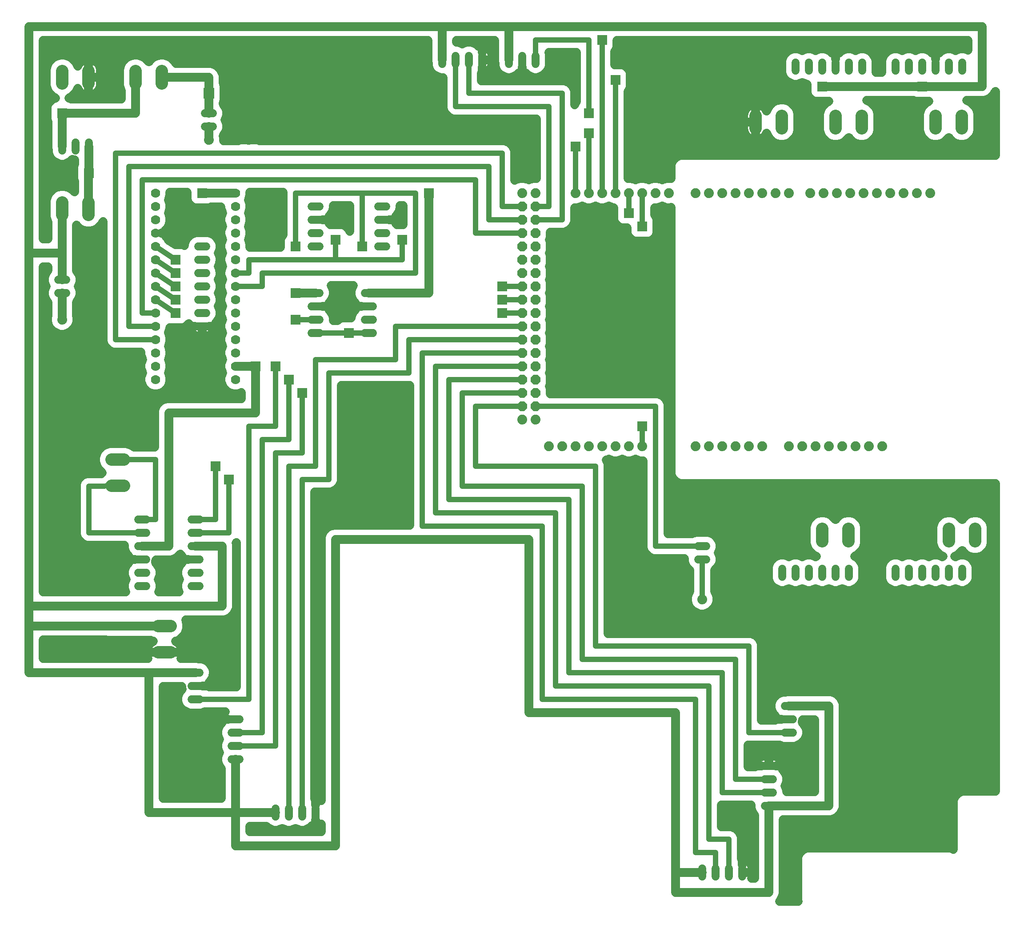
<source format=gbl>
G75*
%MOIN*%
%OFA0B0*%
%FSLAX25Y25*%
%IPPOS*%
%LPD*%
%AMOC8*
5,1,8,0,0,1.08239X$1,22.5*
%
%ADD10C,0.06000*%
%ADD11C,0.07400*%
%ADD12OC8,0.07400*%
%ADD13C,0.07000*%
%ADD14C,0.09370*%
%ADD15C,0.06600*%
%ADD16R,0.07677X0.07677*%
%ADD17C,0.04000*%
%ADD18R,0.08268X0.08268*%
D10*
X0171300Y0119300D02*
X0177300Y0119300D01*
X0177300Y0129300D02*
X0171300Y0129300D01*
X0171300Y0139300D02*
X0177300Y0139300D01*
X0177300Y0149300D02*
X0171300Y0149300D01*
X0147300Y0164300D02*
X0141300Y0164300D01*
X0141300Y0174300D02*
X0147300Y0174300D01*
X0147300Y0184300D02*
X0141300Y0184300D01*
X0141300Y0249300D02*
X0147300Y0249300D01*
X0147300Y0259300D02*
X0141300Y0259300D01*
X0141300Y0269300D02*
X0147300Y0269300D01*
X0147300Y0279300D02*
X0141300Y0279300D01*
X0141300Y0289300D02*
X0147300Y0289300D01*
X0147300Y0299300D02*
X0141300Y0299300D01*
X0107300Y0299300D02*
X0101300Y0299300D01*
X0101300Y0289300D02*
X0107300Y0289300D01*
X0107300Y0279300D02*
X0101300Y0279300D01*
X0101300Y0269300D02*
X0107300Y0269300D01*
X0107300Y0259300D02*
X0101300Y0259300D01*
X0101300Y0249300D02*
X0107300Y0249300D01*
X0204300Y0082300D02*
X0204300Y0076300D01*
X0214300Y0076300D02*
X0214300Y0082300D01*
X0224300Y0082300D02*
X0224300Y0076300D01*
X0234300Y0076300D02*
X0234300Y0082300D01*
X0521300Y0269300D02*
X0527300Y0269300D01*
X0527300Y0279300D02*
X0521300Y0279300D01*
X0584300Y0262300D02*
X0584300Y0256300D01*
X0594300Y0256300D02*
X0594300Y0262300D01*
X0604300Y0262300D02*
X0604300Y0256300D01*
X0614300Y0256300D02*
X0614300Y0262300D01*
X0624300Y0262300D02*
X0624300Y0256300D01*
X0634300Y0256300D02*
X0634300Y0262300D01*
X0669300Y0262300D02*
X0669300Y0256300D01*
X0679300Y0256300D02*
X0679300Y0262300D01*
X0689300Y0262300D02*
X0689300Y0256300D01*
X0699300Y0256300D02*
X0699300Y0262300D01*
X0709300Y0262300D02*
X0709300Y0256300D01*
X0719300Y0256300D02*
X0719300Y0262300D01*
X0592300Y0159300D02*
X0586300Y0159300D01*
X0586300Y0149300D02*
X0592300Y0149300D01*
X0592300Y0139300D02*
X0586300Y0139300D01*
X0577300Y0114300D02*
X0571300Y0114300D01*
X0571300Y0104300D02*
X0577300Y0104300D01*
X0577300Y0094300D02*
X0571300Y0094300D01*
X0571300Y0084300D02*
X0577300Y0084300D01*
X0554300Y0037300D02*
X0554300Y0031300D01*
X0544300Y0031300D02*
X0544300Y0037300D01*
X0534300Y0037300D02*
X0534300Y0031300D01*
X0524300Y0031300D02*
X0524300Y0037300D01*
X0277300Y0439300D02*
X0271300Y0439300D01*
X0271300Y0449300D02*
X0277300Y0449300D01*
X0277300Y0459300D02*
X0271300Y0459300D01*
X0271300Y0469300D02*
X0277300Y0469300D01*
X0281300Y0504300D02*
X0287300Y0504300D01*
X0287300Y0514300D02*
X0281300Y0514300D01*
X0281300Y0524300D02*
X0287300Y0524300D01*
X0287300Y0534300D02*
X0281300Y0534300D01*
X0237300Y0534300D02*
X0231300Y0534300D01*
X0231300Y0524300D02*
X0237300Y0524300D01*
X0237300Y0514300D02*
X0231300Y0514300D01*
X0231300Y0504300D02*
X0237300Y0504300D01*
X0237300Y0469300D02*
X0231300Y0469300D01*
X0231300Y0459300D02*
X0237300Y0459300D01*
X0237300Y0449300D02*
X0231300Y0449300D01*
X0231300Y0439300D02*
X0237300Y0439300D01*
X0152300Y0444300D02*
X0146300Y0444300D01*
X0146300Y0454300D02*
X0152300Y0454300D01*
X0152300Y0464300D02*
X0146300Y0464300D01*
X0146300Y0474300D02*
X0152300Y0474300D01*
X0152300Y0484300D02*
X0146300Y0484300D01*
X0146300Y0494300D02*
X0152300Y0494300D01*
X0152300Y0504300D02*
X0146300Y0504300D01*
X0064300Y0576300D02*
X0064300Y0582300D01*
X0054300Y0582300D02*
X0054300Y0576300D01*
X0044300Y0576300D02*
X0044300Y0582300D01*
X0151300Y0594300D02*
X0157300Y0594300D01*
X0157300Y0604300D02*
X0151300Y0604300D01*
X0047300Y0479300D02*
X0041300Y0479300D01*
X0041300Y0469300D02*
X0047300Y0469300D01*
X0329300Y0641300D02*
X0329300Y0647300D01*
X0339300Y0647300D02*
X0339300Y0641300D01*
X0349300Y0641300D02*
X0349300Y0647300D01*
X0359300Y0647300D02*
X0359300Y0641300D01*
X0379300Y0641300D02*
X0379300Y0647300D01*
X0389300Y0647300D02*
X0389300Y0641300D01*
X0399300Y0641300D02*
X0399300Y0647300D01*
X0594300Y0642300D02*
X0594300Y0636300D01*
X0604300Y0636300D02*
X0604300Y0642300D01*
X0614300Y0642300D02*
X0614300Y0636300D01*
X0624300Y0636300D02*
X0624300Y0642300D01*
X0634300Y0642300D02*
X0634300Y0636300D01*
X0644300Y0636300D02*
X0644300Y0642300D01*
X0669300Y0642300D02*
X0669300Y0636300D01*
X0679300Y0636300D02*
X0679300Y0642300D01*
X0689300Y0642300D02*
X0689300Y0636300D01*
X0699300Y0636300D02*
X0699300Y0642300D01*
X0709300Y0642300D02*
X0709300Y0636300D01*
X0719300Y0636300D02*
X0719300Y0642300D01*
D11*
X0695300Y0544300D03*
X0685300Y0544300D03*
X0675300Y0544300D03*
X0665300Y0544300D03*
X0655300Y0544300D03*
X0645300Y0544300D03*
X0635300Y0544300D03*
X0625300Y0544300D03*
X0615300Y0544300D03*
X0605300Y0544300D03*
X0589300Y0544300D03*
X0579300Y0544300D03*
X0569300Y0544300D03*
X0559300Y0544300D03*
X0549300Y0544300D03*
X0539300Y0544300D03*
X0529300Y0544300D03*
X0519300Y0544300D03*
X0499300Y0544300D03*
X0489300Y0544300D03*
X0479300Y0544300D03*
X0469300Y0544300D03*
X0459300Y0544300D03*
X0449300Y0544300D03*
X0439300Y0544300D03*
X0429300Y0544300D03*
X0399300Y0544300D03*
X0389300Y0544300D03*
X0389300Y0374300D03*
X0399300Y0374300D03*
X0409300Y0354300D03*
X0419300Y0354300D03*
X0429300Y0354300D03*
X0439300Y0354300D03*
X0449300Y0354300D03*
X0459300Y0354300D03*
X0469300Y0354300D03*
X0479300Y0354300D03*
X0519300Y0354300D03*
X0529300Y0354300D03*
X0539300Y0354300D03*
X0549300Y0354300D03*
X0559300Y0354300D03*
X0569300Y0354300D03*
X0589300Y0354300D03*
X0599300Y0354300D03*
X0609300Y0354300D03*
X0619300Y0354300D03*
X0629300Y0354300D03*
X0639300Y0354300D03*
X0649300Y0354300D03*
X0659300Y0354300D03*
X0554300Y0239300D03*
X0524300Y0239300D03*
X0184300Y0584300D03*
X0154300Y0584300D03*
X0044300Y0449300D03*
X0044300Y0419300D03*
D12*
X0389300Y0414300D03*
X0389300Y0404300D03*
X0399300Y0404300D03*
X0399300Y0414300D03*
X0399300Y0424300D03*
X0399300Y0434300D03*
X0399300Y0444300D03*
X0389300Y0444300D03*
X0389300Y0434300D03*
X0389300Y0424300D03*
X0389300Y0454300D03*
X0389300Y0464300D03*
X0389300Y0474300D03*
X0399300Y0474300D03*
X0399300Y0464300D03*
X0399300Y0454300D03*
X0399300Y0484300D03*
X0399300Y0494300D03*
X0389300Y0494300D03*
X0389300Y0484300D03*
X0389300Y0504300D03*
X0389300Y0514300D03*
X0389300Y0524300D03*
X0399300Y0524300D03*
X0399300Y0514300D03*
X0399300Y0504300D03*
X0399300Y0534300D03*
X0389300Y0534300D03*
X0389300Y0394300D03*
X0389300Y0384300D03*
X0399300Y0384300D03*
X0399300Y0394300D03*
D13*
X0174300Y0404300D03*
X0174300Y0414300D03*
X0174300Y0424300D03*
X0174300Y0434300D03*
X0174300Y0444300D03*
X0174300Y0454300D03*
X0174300Y0464300D03*
X0174300Y0474300D03*
X0174300Y0484300D03*
X0174300Y0494300D03*
X0174300Y0504300D03*
X0174300Y0514300D03*
X0174300Y0524300D03*
X0174300Y0534300D03*
X0174300Y0544300D03*
X0114300Y0544300D03*
X0114300Y0534300D03*
X0114300Y0524300D03*
X0114300Y0514300D03*
X0114300Y0504300D03*
X0114300Y0494300D03*
X0114300Y0484300D03*
X0114300Y0474300D03*
X0114300Y0464300D03*
X0114300Y0454300D03*
X0114300Y0444300D03*
X0114300Y0434300D03*
X0114300Y0424300D03*
X0114300Y0414300D03*
X0114300Y0404300D03*
D14*
X0090757Y0344143D02*
X0081387Y0344143D01*
X0081387Y0324457D02*
X0090757Y0324457D01*
X0116387Y0219143D02*
X0125757Y0219143D01*
X0125757Y0199457D02*
X0116387Y0199457D01*
X0064143Y0527843D02*
X0064143Y0537213D01*
X0044457Y0537213D02*
X0044457Y0527843D01*
X0044457Y0626387D02*
X0044457Y0635757D01*
X0064143Y0635757D02*
X0064143Y0626387D01*
X0099457Y0626387D02*
X0099457Y0635757D01*
X0119143Y0635757D02*
X0119143Y0626387D01*
X0564457Y0602213D02*
X0564457Y0592843D01*
X0584143Y0592843D02*
X0584143Y0602213D01*
X0624457Y0602213D02*
X0624457Y0592843D01*
X0644143Y0592843D02*
X0644143Y0602213D01*
X0699457Y0602213D02*
X0699457Y0592843D01*
X0719143Y0592843D02*
X0719143Y0602213D01*
X0709457Y0292213D02*
X0709457Y0282843D01*
X0729143Y0282843D02*
X0729143Y0292213D01*
X0634143Y0292213D02*
X0634143Y0282843D01*
X0614457Y0282843D02*
X0614457Y0292213D01*
D15*
X0109300Y0184300D02*
X0109300Y0079300D01*
X0174300Y0079300D01*
X0174300Y0054300D01*
X0249300Y0054300D01*
X0249300Y0284300D01*
X0394300Y0284300D01*
X0394300Y0154300D01*
X0504300Y0154300D01*
X0504300Y0034300D01*
X0504300Y0019300D01*
X0574300Y0019300D01*
X0574300Y0084300D01*
X0619300Y0084300D01*
X0619300Y0159300D01*
X0589300Y0159300D01*
X0586785Y0169600D02*
X0584944Y0169600D01*
X0582324Y0168898D01*
X0579976Y0167542D01*
X0578058Y0165624D01*
X0576702Y0163276D01*
X0576000Y0160656D01*
X0576000Y0157944D01*
X0576702Y0155324D01*
X0578058Y0152976D01*
X0579375Y0151658D01*
X0579373Y0151652D01*
X0579125Y0150727D01*
X0579000Y0149778D01*
X0579000Y0149300D01*
X0583824Y0149300D01*
X0579000Y0149300D01*
X0579000Y0148822D01*
X0579029Y0148600D01*
X0568600Y0148600D01*
X0568600Y0206150D01*
X0567184Y0209568D01*
X0564568Y0212184D01*
X0561150Y0213600D01*
X0453600Y0213600D01*
X0453600Y0341150D01*
X0452513Y0343773D01*
X0453546Y0344050D01*
X0454300Y0344485D01*
X0455054Y0344050D01*
X0457852Y0343300D01*
X0460748Y0343300D01*
X0463546Y0344050D01*
X0464300Y0344485D01*
X0465054Y0344050D01*
X0467852Y0343300D01*
X0470748Y0343300D01*
X0473546Y0344050D01*
X0474300Y0344485D01*
X0475054Y0344050D01*
X0477852Y0343300D01*
X0480000Y0343300D01*
X0480000Y0277450D01*
X0481416Y0274032D01*
X0484032Y0271416D01*
X0487450Y0270000D01*
X0511000Y0270000D01*
X0511000Y0267944D01*
X0511702Y0265324D01*
X0513058Y0262976D01*
X0514976Y0261058D01*
X0515000Y0261044D01*
X0515000Y0245192D01*
X0514050Y0243546D01*
X0513300Y0240748D01*
X0513300Y0237852D01*
X0514050Y0235054D01*
X0515498Y0232546D01*
X0517546Y0230498D01*
X0520054Y0229050D01*
X0522852Y0228300D01*
X0525748Y0228300D01*
X0528546Y0229050D01*
X0531054Y0230498D01*
X0533102Y0232546D01*
X0534550Y0235054D01*
X0535300Y0237852D01*
X0535300Y0240748D01*
X0534550Y0243546D01*
X0533600Y0245192D01*
X0533600Y0261044D01*
X0533624Y0261058D01*
X0535542Y0262976D01*
X0536898Y0265324D01*
X0537600Y0267944D01*
X0537600Y0270656D01*
X0536898Y0273276D01*
X0536307Y0274300D01*
X0536898Y0275324D01*
X0537600Y0277944D01*
X0537600Y0280656D01*
X0536898Y0283276D01*
X0535542Y0285624D01*
X0533624Y0287542D01*
X0531276Y0288898D01*
X0528656Y0289600D01*
X0519944Y0289600D01*
X0517324Y0288898D01*
X0516808Y0288600D01*
X0498600Y0288600D01*
X0498600Y0386150D01*
X0497184Y0389568D01*
X0494568Y0392184D01*
X0491150Y0393600D01*
X0410300Y0393600D01*
X0410300Y0398856D01*
X0409856Y0399300D01*
X0410300Y0399744D01*
X0410300Y0408856D01*
X0409856Y0409300D01*
X0410300Y0409744D01*
X0410300Y0418856D01*
X0409856Y0419300D01*
X0410300Y0419744D01*
X0410300Y0428856D01*
X0409856Y0429300D01*
X0410300Y0429744D01*
X0410300Y0438856D01*
X0409856Y0439300D01*
X0410300Y0439744D01*
X0410300Y0448856D01*
X0409856Y0449300D01*
X0410300Y0449744D01*
X0410300Y0458856D01*
X0409856Y0459300D01*
X0410300Y0459744D01*
X0410300Y0468856D01*
X0409856Y0469300D01*
X0410300Y0469744D01*
X0410300Y0478856D01*
X0409856Y0479300D01*
X0410300Y0479744D01*
X0410300Y0488856D01*
X0409856Y0489300D01*
X0410300Y0489744D01*
X0410300Y0498856D01*
X0409856Y0499300D01*
X0410300Y0499744D01*
X0410300Y0508856D01*
X0409856Y0509300D01*
X0410300Y0509744D01*
X0410300Y0515000D01*
X0421150Y0515000D01*
X0424568Y0516416D01*
X0427184Y0519032D01*
X0428600Y0522450D01*
X0428600Y0533300D01*
X0430748Y0533300D01*
X0433546Y0534050D01*
X0434300Y0534485D01*
X0435054Y0534050D01*
X0437852Y0533300D01*
X0440748Y0533300D01*
X0443546Y0534050D01*
X0444300Y0534485D01*
X0445054Y0534050D01*
X0447852Y0533300D01*
X0450748Y0533300D01*
X0453546Y0534050D01*
X0454300Y0534485D01*
X0455054Y0534050D01*
X0457852Y0533300D01*
X0458161Y0533300D01*
X0458161Y0524009D01*
X0459273Y0521326D01*
X0461326Y0519273D01*
X0464009Y0518161D01*
X0468161Y0518161D01*
X0468161Y0514009D01*
X0469273Y0511326D01*
X0471326Y0509273D01*
X0474009Y0508161D01*
X0484591Y0508161D01*
X0487274Y0509273D01*
X0489327Y0511326D01*
X0490439Y0514009D01*
X0490439Y0524591D01*
X0489327Y0527274D01*
X0488600Y0528001D01*
X0488600Y0533300D01*
X0490748Y0533300D01*
X0493546Y0534050D01*
X0494300Y0534485D01*
X0495054Y0534050D01*
X0497852Y0533300D01*
X0500748Y0533300D01*
X0501200Y0533421D01*
X0501200Y0332689D01*
X0502433Y0329712D01*
X0504712Y0327433D01*
X0507689Y0326200D01*
X0744231Y0326200D01*
X0744231Y0095077D01*
X0719224Y0095077D01*
X0716247Y0093844D01*
X0713969Y0091565D01*
X0712735Y0088588D01*
X0712735Y0051644D01*
X0710911Y0052400D01*
X0602689Y0052400D01*
X0599712Y0051167D01*
X0597433Y0048888D01*
X0596200Y0045911D01*
X0596200Y0012689D01*
X0596320Y0012400D01*
X0582391Y0012400D01*
X0582782Y0012791D01*
X0584178Y0015209D01*
X0584900Y0017904D01*
X0584900Y0073700D01*
X0620696Y0073700D01*
X0623391Y0074422D01*
X0625809Y0075818D01*
X0627782Y0077791D01*
X0629178Y0080209D01*
X0629900Y0082904D01*
X0629900Y0160696D01*
X0629178Y0163391D01*
X0627782Y0165809D01*
X0625809Y0167782D01*
X0623391Y0169178D01*
X0620696Y0169900D01*
X0587904Y0169900D01*
X0586785Y0169600D01*
X0583686Y0169263D02*
X0568600Y0169263D01*
X0568600Y0175861D02*
X0744231Y0175861D01*
X0744231Y0169263D02*
X0623074Y0169263D01*
X0629372Y0162664D02*
X0744231Y0162664D01*
X0744231Y0156066D02*
X0629900Y0156066D01*
X0629900Y0149467D02*
X0744231Y0149467D01*
X0744231Y0142869D02*
X0629900Y0142869D01*
X0629900Y0136270D02*
X0744231Y0136270D01*
X0744231Y0129672D02*
X0629900Y0129672D01*
X0629900Y0123073D02*
X0744231Y0123073D01*
X0744231Y0116475D02*
X0629900Y0116475D01*
X0629900Y0109876D02*
X0744231Y0109876D01*
X0744231Y0103278D02*
X0629900Y0103278D01*
X0629900Y0096679D02*
X0744231Y0096679D01*
X0713354Y0090081D02*
X0629900Y0090081D01*
X0629900Y0083482D02*
X0712735Y0083482D01*
X0712735Y0076884D02*
X0626874Y0076884D01*
X0608700Y0094900D02*
X0587600Y0094900D01*
X0587600Y0095656D01*
X0586898Y0098276D01*
X0586307Y0099300D01*
X0586898Y0100324D01*
X0587600Y0102944D01*
X0587600Y0105656D01*
X0586898Y0108276D01*
X0585542Y0110624D01*
X0584225Y0111942D01*
X0584227Y0111948D01*
X0584475Y0112873D01*
X0584600Y0113822D01*
X0584600Y0114300D01*
X0584600Y0114778D01*
X0584475Y0115727D01*
X0584227Y0116652D01*
X0583861Y0117536D01*
X0583383Y0118364D01*
X0582800Y0119124D01*
X0582124Y0119800D01*
X0581364Y0120383D01*
X0580536Y0120861D01*
X0579652Y0121227D01*
X0578727Y0121475D01*
X0577778Y0121600D01*
X0574300Y0121600D01*
X0574300Y0114600D01*
X0574300Y0114600D01*
X0574300Y0121600D01*
X0570822Y0121600D01*
X0569873Y0121475D01*
X0568948Y0121227D01*
X0568064Y0120861D01*
X0567236Y0120383D01*
X0566476Y0119800D01*
X0565800Y0119124D01*
X0565217Y0118364D01*
X0564739Y0117536D01*
X0564373Y0116652D01*
X0564125Y0115727D01*
X0564000Y0114778D01*
X0564000Y0114300D01*
X0568825Y0114300D01*
X0568824Y0114300D01*
X0564000Y0114300D01*
X0564000Y0113822D01*
X0564029Y0113600D01*
X0558600Y0113600D01*
X0558600Y0130000D01*
X0581808Y0130000D01*
X0582324Y0129702D01*
X0584944Y0129000D01*
X0593656Y0129000D01*
X0596276Y0129702D01*
X0598624Y0131058D01*
X0600542Y0132976D01*
X0601898Y0135324D01*
X0602600Y0137944D01*
X0602600Y0140656D01*
X0601898Y0143276D01*
X0600542Y0145624D01*
X0599225Y0146942D01*
X0599227Y0146948D01*
X0599475Y0147873D01*
X0599584Y0148700D01*
X0608700Y0148700D01*
X0608700Y0094900D01*
X0608700Y0096679D02*
X0587326Y0096679D01*
X0587600Y0103278D02*
X0608700Y0103278D01*
X0608700Y0109876D02*
X0585974Y0109876D01*
X0584600Y0114300D02*
X0579776Y0114300D01*
X0579775Y0114300D01*
X0584600Y0114300D01*
X0584275Y0116475D02*
X0608700Y0116475D01*
X0608700Y0123073D02*
X0558600Y0123073D01*
X0558600Y0116475D02*
X0564325Y0116475D01*
X0574300Y0116475D02*
X0574300Y0116475D01*
X0582437Y0129672D02*
X0558600Y0129672D01*
X0568600Y0149467D02*
X0579000Y0149467D01*
X0583824Y0149300D02*
X0583824Y0149300D01*
X0583824Y0149300D01*
X0576503Y0156066D02*
X0568600Y0156066D01*
X0568600Y0162664D02*
X0576538Y0162664D01*
X0568600Y0182460D02*
X0744231Y0182460D01*
X0744231Y0189058D02*
X0568600Y0189058D01*
X0568600Y0195657D02*
X0744231Y0195657D01*
X0744231Y0202255D02*
X0568600Y0202255D01*
X0567480Y0208854D02*
X0744231Y0208854D01*
X0744231Y0215452D02*
X0453600Y0215452D01*
X0453600Y0222051D02*
X0744231Y0222051D01*
X0744231Y0228649D02*
X0527052Y0228649D01*
X0521548Y0228649D02*
X0453600Y0228649D01*
X0453600Y0235248D02*
X0513998Y0235248D01*
X0513594Y0241846D02*
X0453600Y0241846D01*
X0453600Y0248445D02*
X0515000Y0248445D01*
X0515000Y0255043D02*
X0453600Y0255043D01*
X0453600Y0261642D02*
X0514392Y0261642D01*
X0511000Y0268240D02*
X0453600Y0268240D01*
X0453600Y0274839D02*
X0481082Y0274839D01*
X0480000Y0281437D02*
X0453600Y0281437D01*
X0453600Y0288036D02*
X0480000Y0288036D01*
X0480000Y0294634D02*
X0453600Y0294634D01*
X0453600Y0301233D02*
X0480000Y0301233D01*
X0480000Y0307832D02*
X0453600Y0307832D01*
X0453600Y0314430D02*
X0480000Y0314430D01*
X0480000Y0321029D02*
X0453600Y0321029D01*
X0453600Y0327627D02*
X0480000Y0327627D01*
X0480000Y0334226D02*
X0453600Y0334226D01*
X0453600Y0340824D02*
X0480000Y0340824D01*
X0498600Y0340824D02*
X0501200Y0340824D01*
X0501200Y0334226D02*
X0498600Y0334226D01*
X0498600Y0327627D02*
X0504518Y0327627D01*
X0498600Y0321029D02*
X0744231Y0321029D01*
X0744231Y0314430D02*
X0498600Y0314430D01*
X0498600Y0307832D02*
X0744231Y0307832D01*
X0744231Y0301233D02*
X0737072Y0301233D01*
X0736502Y0301804D02*
X0733769Y0303382D01*
X0730720Y0304198D01*
X0727565Y0304198D01*
X0724516Y0303382D01*
X0721784Y0301804D01*
X0719552Y0299572D01*
X0719300Y0299136D01*
X0719048Y0299572D01*
X0716816Y0301804D01*
X0714084Y0303382D01*
X0711035Y0304198D01*
X0707880Y0304198D01*
X0704831Y0303382D01*
X0702098Y0301804D01*
X0699867Y0299572D01*
X0698289Y0296839D01*
X0697472Y0293791D01*
X0697472Y0281265D01*
X0698289Y0278217D01*
X0699867Y0275484D01*
X0702098Y0273253D01*
X0704831Y0271675D01*
X0704904Y0271656D01*
X0704300Y0271307D01*
X0703276Y0271898D01*
X0700656Y0272600D01*
X0697944Y0272600D01*
X0695324Y0271898D01*
X0694300Y0271307D01*
X0693276Y0271898D01*
X0690656Y0272600D01*
X0687944Y0272600D01*
X0685324Y0271898D01*
X0684300Y0271307D01*
X0683276Y0271898D01*
X0680656Y0272600D01*
X0677944Y0272600D01*
X0675324Y0271898D01*
X0674300Y0271307D01*
X0673276Y0271898D01*
X0670656Y0272600D01*
X0667944Y0272600D01*
X0665324Y0271898D01*
X0662976Y0270542D01*
X0661058Y0268624D01*
X0659702Y0266276D01*
X0659000Y0263656D01*
X0659000Y0254944D01*
X0659702Y0252324D01*
X0661058Y0249976D01*
X0662976Y0248058D01*
X0665324Y0246702D01*
X0667944Y0246000D01*
X0670656Y0246000D01*
X0673276Y0246702D01*
X0674300Y0247293D01*
X0675324Y0246702D01*
X0677944Y0246000D01*
X0680656Y0246000D01*
X0683276Y0246702D01*
X0684300Y0247293D01*
X0685324Y0246702D01*
X0687944Y0246000D01*
X0690656Y0246000D01*
X0693276Y0246702D01*
X0694300Y0247293D01*
X0695324Y0246702D01*
X0697944Y0246000D01*
X0700656Y0246000D01*
X0703276Y0246702D01*
X0704300Y0247293D01*
X0705324Y0246702D01*
X0707944Y0246000D01*
X0710656Y0246000D01*
X0713276Y0246702D01*
X0714300Y0247293D01*
X0715324Y0246702D01*
X0717944Y0246000D01*
X0720656Y0246000D01*
X0723276Y0246702D01*
X0725624Y0248058D01*
X0727542Y0249976D01*
X0728898Y0252324D01*
X0729600Y0254944D01*
X0729600Y0263656D01*
X0728898Y0266276D01*
X0727542Y0268624D01*
X0725624Y0270542D01*
X0723276Y0271898D01*
X0720656Y0272600D01*
X0717944Y0272600D01*
X0715324Y0271898D01*
X0714300Y0271307D01*
X0713796Y0271598D01*
X0714084Y0271675D01*
X0716816Y0273253D01*
X0719048Y0275484D01*
X0719300Y0275921D01*
X0719552Y0275484D01*
X0721784Y0273253D01*
X0724516Y0271675D01*
X0727565Y0270858D01*
X0730720Y0270858D01*
X0733769Y0271675D01*
X0736502Y0273253D01*
X0738733Y0275484D01*
X0740311Y0278217D01*
X0741128Y0281265D01*
X0741128Y0293791D01*
X0740311Y0296839D01*
X0738733Y0299572D01*
X0736502Y0301804D01*
X0740902Y0294634D02*
X0744231Y0294634D01*
X0744231Y0288036D02*
X0741128Y0288036D01*
X0741128Y0281437D02*
X0744231Y0281437D01*
X0744231Y0274839D02*
X0738088Y0274839D01*
X0744231Y0268240D02*
X0727764Y0268240D01*
X0729600Y0261642D02*
X0744231Y0261642D01*
X0744231Y0255043D02*
X0729600Y0255043D01*
X0726011Y0248445D02*
X0744231Y0248445D01*
X0744231Y0241846D02*
X0561900Y0241846D01*
X0561892Y0241877D02*
X0561490Y0242846D01*
X0560966Y0243754D01*
X0560328Y0244586D01*
X0559586Y0245328D01*
X0558754Y0245966D01*
X0557846Y0246490D01*
X0556877Y0246892D01*
X0555864Y0247163D01*
X0554824Y0247300D01*
X0554300Y0247300D01*
X0554300Y0239300D01*
X0562300Y0239300D01*
X0562300Y0239824D01*
X0562163Y0240864D01*
X0561892Y0241877D01*
X0562300Y0239300D02*
X0554300Y0239300D01*
X0554300Y0239300D01*
X0554300Y0239300D01*
X0554300Y0231300D01*
X0554824Y0231300D01*
X0555864Y0231437D01*
X0556877Y0231708D01*
X0557846Y0232110D01*
X0558754Y0232634D01*
X0559586Y0233272D01*
X0560328Y0234014D01*
X0560966Y0234846D01*
X0561490Y0235754D01*
X0561892Y0236723D01*
X0562163Y0237736D01*
X0562300Y0238776D01*
X0562300Y0239300D01*
X0561198Y0235248D02*
X0744231Y0235248D01*
X0720197Y0274839D02*
X0718403Y0274839D01*
X0700512Y0274839D02*
X0643088Y0274839D01*
X0643733Y0275484D02*
X0645311Y0278217D01*
X0646128Y0281265D01*
X0646128Y0293791D01*
X0645311Y0296839D01*
X0643733Y0299572D01*
X0641502Y0301804D01*
X0638769Y0303382D01*
X0635720Y0304198D01*
X0632565Y0304198D01*
X0629516Y0303382D01*
X0626784Y0301804D01*
X0624552Y0299572D01*
X0624300Y0299136D01*
X0624048Y0299572D01*
X0621816Y0301804D01*
X0619084Y0303382D01*
X0616035Y0304198D01*
X0612880Y0304198D01*
X0609831Y0303382D01*
X0607098Y0301804D01*
X0604867Y0299572D01*
X0603289Y0296839D01*
X0602472Y0293791D01*
X0602472Y0281265D01*
X0603289Y0278217D01*
X0604867Y0275484D01*
X0607098Y0273253D01*
X0609831Y0271675D01*
X0609904Y0271656D01*
X0609300Y0271307D01*
X0608276Y0271898D01*
X0605656Y0272600D01*
X0602944Y0272600D01*
X0600324Y0271898D01*
X0599300Y0271307D01*
X0598276Y0271898D01*
X0595656Y0272600D01*
X0592944Y0272600D01*
X0590324Y0271898D01*
X0589300Y0271307D01*
X0588276Y0271898D01*
X0585656Y0272600D01*
X0582944Y0272600D01*
X0580324Y0271898D01*
X0577976Y0270542D01*
X0576058Y0268624D01*
X0574702Y0266276D01*
X0574000Y0263656D01*
X0574000Y0254944D01*
X0574702Y0252324D01*
X0576058Y0249976D01*
X0577976Y0248058D01*
X0580324Y0246702D01*
X0582944Y0246000D01*
X0585656Y0246000D01*
X0588276Y0246702D01*
X0589300Y0247293D01*
X0590324Y0246702D01*
X0592944Y0246000D01*
X0595656Y0246000D01*
X0598276Y0246702D01*
X0599300Y0247293D01*
X0600324Y0246702D01*
X0602944Y0246000D01*
X0605656Y0246000D01*
X0608276Y0246702D01*
X0609300Y0247293D01*
X0610324Y0246702D01*
X0612944Y0246000D01*
X0615656Y0246000D01*
X0618276Y0246702D01*
X0619300Y0247293D01*
X0620324Y0246702D01*
X0622944Y0246000D01*
X0625656Y0246000D01*
X0628276Y0246702D01*
X0629300Y0247293D01*
X0630324Y0246702D01*
X0632944Y0246000D01*
X0635656Y0246000D01*
X0638276Y0246702D01*
X0640624Y0248058D01*
X0642542Y0249976D01*
X0643898Y0252324D01*
X0644600Y0254944D01*
X0644600Y0263656D01*
X0643898Y0266276D01*
X0642542Y0268624D01*
X0640624Y0270542D01*
X0638696Y0271656D01*
X0638769Y0271675D01*
X0641502Y0273253D01*
X0643733Y0275484D01*
X0646128Y0281437D02*
X0697472Y0281437D01*
X0697472Y0288036D02*
X0646128Y0288036D01*
X0645902Y0294634D02*
X0697698Y0294634D01*
X0701528Y0301233D02*
X0642072Y0301233D01*
X0626213Y0301233D02*
X0622387Y0301233D01*
X0606528Y0301233D02*
X0498600Y0301233D01*
X0498600Y0294634D02*
X0602698Y0294634D01*
X0602472Y0288036D02*
X0532769Y0288036D01*
X0537391Y0281437D02*
X0602472Y0281437D01*
X0605512Y0274839D02*
X0536618Y0274839D01*
X0537600Y0268240D02*
X0575836Y0268240D01*
X0574000Y0261642D02*
X0534208Y0261642D01*
X0533600Y0255043D02*
X0574000Y0255043D01*
X0577589Y0248445D02*
X0533600Y0248445D01*
X0535006Y0241846D02*
X0546700Y0241846D01*
X0546708Y0241877D02*
X0546437Y0240864D01*
X0546300Y0239824D01*
X0546300Y0239300D01*
X0554300Y0239300D01*
X0554300Y0239300D01*
X0554300Y0239300D01*
X0554300Y0247300D01*
X0553776Y0247300D01*
X0552736Y0247163D01*
X0551723Y0246892D01*
X0550754Y0246490D01*
X0549846Y0245966D01*
X0549014Y0245328D01*
X0548272Y0244586D01*
X0547634Y0243754D01*
X0547110Y0242846D01*
X0546708Y0241877D01*
X0546300Y0239300D02*
X0546300Y0238776D01*
X0546437Y0237736D01*
X0546708Y0236723D01*
X0547110Y0235754D01*
X0547634Y0234846D01*
X0548272Y0234014D01*
X0549014Y0233272D01*
X0549846Y0232634D01*
X0550754Y0232110D01*
X0551723Y0231708D01*
X0552736Y0231437D01*
X0553776Y0231300D01*
X0554300Y0231300D01*
X0554300Y0239300D01*
X0546300Y0239300D01*
X0547402Y0235248D02*
X0534602Y0235248D01*
X0554300Y0235248D02*
X0554300Y0235248D01*
X0554300Y0241846D02*
X0554300Y0241846D01*
X0641011Y0248445D02*
X0662589Y0248445D01*
X0659000Y0255043D02*
X0644600Y0255043D01*
X0644600Y0261642D02*
X0659000Y0261642D01*
X0660836Y0268240D02*
X0642764Y0268240D01*
X0717387Y0301233D02*
X0721213Y0301233D01*
X0608700Y0142869D02*
X0602007Y0142869D01*
X0602152Y0136270D02*
X0608700Y0136270D01*
X0608700Y0129672D02*
X0596163Y0129672D01*
X0561000Y0085000D02*
X0561000Y0082944D01*
X0561702Y0080324D01*
X0563058Y0077976D01*
X0563700Y0077334D01*
X0563700Y0029900D01*
X0561479Y0029900D01*
X0561600Y0030822D01*
X0561600Y0034300D01*
X0561600Y0037778D01*
X0561475Y0038727D01*
X0561227Y0039652D01*
X0560861Y0040536D01*
X0560383Y0041364D01*
X0559800Y0042124D01*
X0559124Y0042800D01*
X0558364Y0043383D01*
X0557536Y0043861D01*
X0556652Y0044227D01*
X0555727Y0044475D01*
X0554778Y0044600D01*
X0554300Y0044600D01*
X0554300Y0039775D01*
X0554300Y0039776D01*
X0554300Y0044600D01*
X0553822Y0044600D01*
X0553600Y0044571D01*
X0553600Y0061150D01*
X0552184Y0064568D01*
X0549568Y0067184D01*
X0546150Y0068600D01*
X0538600Y0068600D01*
X0538600Y0085000D01*
X0561000Y0085000D01*
X0561000Y0083482D02*
X0538600Y0083482D01*
X0538600Y0076884D02*
X0563700Y0076884D01*
X0563700Y0070285D02*
X0538600Y0070285D01*
X0552549Y0063687D02*
X0563700Y0063687D01*
X0563700Y0057088D02*
X0553600Y0057088D01*
X0553600Y0050490D02*
X0563700Y0050490D01*
X0563700Y0043891D02*
X0557464Y0043891D01*
X0554300Y0043891D02*
X0554300Y0043891D01*
X0561600Y0037293D02*
X0563700Y0037293D01*
X0561600Y0034300D02*
X0554600Y0034300D01*
X0554600Y0034300D01*
X0561600Y0034300D01*
X0561583Y0030694D02*
X0563700Y0030694D01*
X0584900Y0030694D02*
X0596200Y0030694D01*
X0596200Y0024096D02*
X0584900Y0024096D01*
X0584791Y0017497D02*
X0596200Y0017497D01*
X0596200Y0037293D02*
X0584900Y0037293D01*
X0584900Y0043891D02*
X0596200Y0043891D01*
X0599034Y0050490D02*
X0584900Y0050490D01*
X0584900Y0057088D02*
X0712735Y0057088D01*
X0712735Y0063687D02*
X0584900Y0063687D01*
X0584900Y0070285D02*
X0712735Y0070285D01*
X0524300Y0034300D02*
X0504300Y0034300D01*
X0238700Y0064900D02*
X0184900Y0064900D01*
X0184900Y0068700D01*
X0197334Y0068700D01*
X0197976Y0068058D01*
X0200324Y0066702D01*
X0202944Y0066000D01*
X0205656Y0066000D01*
X0208276Y0066702D01*
X0209300Y0067293D01*
X0210324Y0066702D01*
X0212944Y0066000D01*
X0215656Y0066000D01*
X0218276Y0066702D01*
X0219300Y0067293D01*
X0220324Y0066702D01*
X0222944Y0066000D01*
X0225656Y0066000D01*
X0228276Y0066702D01*
X0230624Y0068058D01*
X0231942Y0069375D01*
X0231948Y0069373D01*
X0232873Y0069125D01*
X0233822Y0069000D01*
X0234300Y0069000D01*
X0234778Y0069000D01*
X0235727Y0069125D01*
X0236652Y0069373D01*
X0237536Y0069739D01*
X0238364Y0070217D01*
X0238700Y0070475D01*
X0238700Y0064900D01*
X0238700Y0070285D02*
X0238453Y0070285D01*
X0234300Y0070285D02*
X0234300Y0070285D01*
X0234300Y0069000D02*
X0234300Y0073824D01*
X0234300Y0073825D01*
X0234300Y0069000D01*
X0234300Y0084775D02*
X0234300Y0084776D01*
X0234300Y0089600D01*
X0234300Y0084775D01*
X0234300Y0089600D02*
X0234778Y0089600D01*
X0235727Y0089475D01*
X0236652Y0089227D01*
X0237536Y0088861D01*
X0238364Y0088383D01*
X0238700Y0088125D01*
X0238700Y0285696D01*
X0239422Y0288391D01*
X0240818Y0290809D01*
X0242791Y0292782D01*
X0245209Y0294178D01*
X0247904Y0294900D01*
X0305000Y0294900D01*
X0305000Y0296150D01*
X0305000Y0400000D01*
X0253600Y0400000D01*
X0253600Y0327450D01*
X0252184Y0324032D01*
X0249568Y0321416D01*
X0246150Y0320000D01*
X0233600Y0320000D01*
X0233600Y0089571D01*
X0233822Y0089600D01*
X0234300Y0089600D01*
X0233600Y0090081D02*
X0238700Y0090081D01*
X0238700Y0096679D02*
X0233600Y0096679D01*
X0233600Y0103278D02*
X0238700Y0103278D01*
X0238700Y0109876D02*
X0233600Y0109876D01*
X0233600Y0116475D02*
X0238700Y0116475D01*
X0238700Y0123073D02*
X0233600Y0123073D01*
X0233600Y0129672D02*
X0238700Y0129672D01*
X0238700Y0136270D02*
X0233600Y0136270D01*
X0233600Y0142869D02*
X0238700Y0142869D01*
X0238700Y0149467D02*
X0233600Y0149467D01*
X0233600Y0156066D02*
X0238700Y0156066D01*
X0238700Y0162664D02*
X0233600Y0162664D01*
X0233600Y0169263D02*
X0238700Y0169263D01*
X0238700Y0175861D02*
X0233600Y0175861D01*
X0233600Y0182460D02*
X0238700Y0182460D01*
X0238700Y0189058D02*
X0233600Y0189058D01*
X0233600Y0195657D02*
X0238700Y0195657D01*
X0238700Y0202255D02*
X0233600Y0202255D01*
X0233600Y0208854D02*
X0238700Y0208854D01*
X0238700Y0215452D02*
X0233600Y0215452D01*
X0233600Y0222051D02*
X0238700Y0222051D01*
X0238700Y0228649D02*
X0233600Y0228649D01*
X0233600Y0235248D02*
X0238700Y0235248D01*
X0238700Y0241846D02*
X0233600Y0241846D01*
X0233600Y0248445D02*
X0238700Y0248445D01*
X0238700Y0255043D02*
X0233600Y0255043D01*
X0233600Y0261642D02*
X0238700Y0261642D01*
X0238700Y0268240D02*
X0233600Y0268240D01*
X0233600Y0274839D02*
X0238700Y0274839D01*
X0238700Y0281437D02*
X0233600Y0281437D01*
X0233600Y0288036D02*
X0239327Y0288036D01*
X0233600Y0294634D02*
X0246914Y0294634D01*
X0233600Y0301233D02*
X0305000Y0301233D01*
X0305000Y0307832D02*
X0233600Y0307832D01*
X0233600Y0314430D02*
X0305000Y0314430D01*
X0305000Y0321029D02*
X0248633Y0321029D01*
X0253600Y0327627D02*
X0305000Y0327627D01*
X0305000Y0334226D02*
X0253600Y0334226D01*
X0253600Y0340824D02*
X0305000Y0340824D01*
X0305000Y0347423D02*
X0253600Y0347423D01*
X0253600Y0354021D02*
X0305000Y0354021D01*
X0305000Y0360620D02*
X0253600Y0360620D01*
X0253600Y0367218D02*
X0305000Y0367218D01*
X0305000Y0373817D02*
X0253600Y0373817D01*
X0253600Y0380415D02*
X0305000Y0380415D01*
X0305000Y0387014D02*
X0253600Y0387014D01*
X0253600Y0393612D02*
X0305000Y0393612D01*
X0261000Y0450439D02*
X0254009Y0450439D01*
X0251326Y0449327D01*
X0250599Y0448600D01*
X0247600Y0448600D01*
X0247600Y0450656D01*
X0246898Y0453276D01*
X0245542Y0455624D01*
X0244225Y0456942D01*
X0244227Y0456948D01*
X0244475Y0457873D01*
X0244600Y0458822D01*
X0244600Y0459300D01*
X0244600Y0459778D01*
X0244475Y0460727D01*
X0244227Y0461652D01*
X0244225Y0461658D01*
X0245542Y0462976D01*
X0246898Y0465324D01*
X0247600Y0467944D01*
X0247600Y0470656D01*
X0246898Y0473276D01*
X0245902Y0475000D01*
X0262698Y0475000D01*
X0261702Y0473276D01*
X0261000Y0470656D01*
X0261000Y0467944D01*
X0261702Y0465324D01*
X0263058Y0462976D01*
X0264375Y0461658D01*
X0264373Y0461652D01*
X0264125Y0460727D01*
X0264000Y0459778D01*
X0264000Y0459300D01*
X0268824Y0459300D01*
X0264000Y0459300D01*
X0264000Y0458822D01*
X0264125Y0457873D01*
X0264373Y0456948D01*
X0264375Y0456942D01*
X0263058Y0455624D01*
X0261702Y0453276D01*
X0261000Y0450656D01*
X0261000Y0450439D01*
X0261628Y0452999D02*
X0246972Y0452999D01*
X0244600Y0459300D02*
X0239776Y0459300D01*
X0239776Y0459300D01*
X0244600Y0459300D01*
X0244600Y0459597D02*
X0264000Y0459597D01*
X0268824Y0459300D02*
X0268824Y0459300D01*
X0268824Y0459300D01*
X0261468Y0466196D02*
X0247132Y0466196D01*
X0247027Y0472794D02*
X0261573Y0472794D01*
X0274300Y0469300D02*
X0319300Y0469300D01*
X0319300Y0544300D01*
X0300000Y0535000D02*
X0300000Y0520439D01*
X0295649Y0520439D01*
X0295542Y0520624D01*
X0294225Y0521942D01*
X0294227Y0521948D01*
X0294475Y0522873D01*
X0294600Y0523822D01*
X0294600Y0524300D01*
X0294600Y0524778D01*
X0294475Y0525727D01*
X0294227Y0526652D01*
X0294225Y0526658D01*
X0295542Y0527976D01*
X0296898Y0530324D01*
X0297600Y0532944D01*
X0297600Y0535000D01*
X0300000Y0535000D01*
X0300000Y0532181D02*
X0297396Y0532181D01*
X0300000Y0525582D02*
X0294494Y0525582D01*
X0294600Y0524300D02*
X0289776Y0524300D01*
X0289776Y0524300D01*
X0294600Y0524300D01*
X0289776Y0524300D02*
X0289776Y0524300D01*
X0260000Y0525582D02*
X0244494Y0525582D01*
X0244475Y0525727D02*
X0244227Y0526652D01*
X0244225Y0526658D01*
X0245542Y0527976D01*
X0246898Y0530324D01*
X0247600Y0532944D01*
X0247600Y0535000D01*
X0260000Y0535000D01*
X0260000Y0515649D01*
X0259327Y0517274D01*
X0257274Y0519327D01*
X0254591Y0520439D01*
X0245649Y0520439D01*
X0245542Y0520624D01*
X0244225Y0521942D01*
X0244227Y0521948D01*
X0244475Y0522873D01*
X0244600Y0523822D01*
X0244600Y0524300D01*
X0244600Y0524778D01*
X0244475Y0525727D01*
X0244600Y0524300D02*
X0239776Y0524300D01*
X0239776Y0524300D01*
X0244600Y0524300D01*
X0239776Y0524300D02*
X0239776Y0524300D01*
X0247396Y0532181D02*
X0260000Y0532181D01*
X0260000Y0518984D02*
X0257617Y0518984D01*
X0210000Y0518984D02*
X0184067Y0518984D01*
X0183884Y0519300D02*
X0184364Y0520131D01*
X0185100Y0522878D01*
X0185100Y0525722D01*
X0184364Y0528469D01*
X0183884Y0529300D01*
X0184364Y0530131D01*
X0185100Y0532878D01*
X0185100Y0535722D01*
X0184364Y0538469D01*
X0183884Y0539300D01*
X0184364Y0540131D01*
X0185100Y0542878D01*
X0185100Y0545000D01*
X0210000Y0545000D01*
X0210000Y0542450D01*
X0210000Y0513001D01*
X0209273Y0512274D01*
X0208161Y0509591D01*
X0208161Y0503600D01*
X0185100Y0503600D01*
X0185100Y0505722D01*
X0184364Y0508469D01*
X0183884Y0509300D01*
X0184364Y0510131D01*
X0185100Y0512878D01*
X0185100Y0515722D01*
X0184364Y0518469D01*
X0183884Y0519300D01*
X0185100Y0525582D02*
X0210000Y0525582D01*
X0210000Y0532181D02*
X0184913Y0532181D01*
X0184185Y0538779D02*
X0210000Y0538779D01*
X0209384Y0512385D02*
X0184968Y0512385D01*
X0185083Y0505787D02*
X0208161Y0505787D01*
X0219300Y0469300D02*
X0234300Y0469300D01*
X0239776Y0459300D02*
X0239776Y0459300D01*
X0189300Y0414300D02*
X0189300Y0379300D01*
X0124300Y0379300D01*
X0124300Y0279300D01*
X0104300Y0279300D01*
X0098824Y0269300D02*
X0098824Y0269300D01*
X0094000Y0269300D01*
X0098824Y0269300D01*
X0098824Y0269300D01*
X0094000Y0269300D02*
X0094000Y0269778D01*
X0094125Y0270727D01*
X0094373Y0271652D01*
X0094375Y0271658D01*
X0093058Y0272976D01*
X0091702Y0275324D01*
X0091000Y0277944D01*
X0091000Y0280000D01*
X0062450Y0280000D01*
X0059032Y0281416D01*
X0056416Y0284032D01*
X0055000Y0287450D01*
X0055000Y0326150D01*
X0056416Y0329568D01*
X0059032Y0332184D01*
X0062450Y0333600D01*
X0067489Y0333600D01*
X0073632Y0333652D01*
X0074028Y0334048D01*
X0074464Y0334300D01*
X0074028Y0334552D01*
X0071796Y0336784D01*
X0070218Y0339516D01*
X0069402Y0342565D01*
X0069402Y0345720D01*
X0070218Y0348769D01*
X0071796Y0351502D01*
X0074028Y0353733D01*
X0076761Y0355311D01*
X0079809Y0356128D01*
X0092335Y0356128D01*
X0095383Y0355311D01*
X0098116Y0353733D01*
X0098277Y0353571D01*
X0099175Y0353581D01*
X0099222Y0353600D01*
X0101023Y0353600D01*
X0102824Y0353619D01*
X0102871Y0353600D01*
X0113700Y0353600D01*
X0113700Y0380696D01*
X0114422Y0383391D01*
X0115818Y0385809D01*
X0117791Y0387782D01*
X0120209Y0389178D01*
X0122904Y0389900D01*
X0178700Y0389900D01*
X0178700Y0394370D01*
X0178469Y0394236D01*
X0175722Y0393500D01*
X0172878Y0393500D01*
X0170131Y0394236D01*
X0167669Y0395658D01*
X0165658Y0397669D01*
X0164236Y0400131D01*
X0163500Y0402878D01*
X0163500Y0405722D01*
X0164236Y0408469D01*
X0164716Y0409300D01*
X0164236Y0410131D01*
X0163500Y0412878D01*
X0163500Y0415722D01*
X0164236Y0418469D01*
X0164716Y0419300D01*
X0164236Y0420131D01*
X0163500Y0422878D01*
X0163500Y0425722D01*
X0164236Y0428469D01*
X0164716Y0429300D01*
X0164236Y0430131D01*
X0163500Y0432878D01*
X0163500Y0435722D01*
X0164236Y0438469D01*
X0164716Y0439300D01*
X0164236Y0440131D01*
X0163500Y0442878D01*
X0163500Y0445722D01*
X0164236Y0448469D01*
X0164716Y0449300D01*
X0164236Y0450131D01*
X0163500Y0452878D01*
X0163500Y0455722D01*
X0164236Y0458469D01*
X0164716Y0459300D01*
X0164236Y0460131D01*
X0163500Y0462878D01*
X0163500Y0465722D01*
X0164236Y0468469D01*
X0164716Y0469300D01*
X0164236Y0470131D01*
X0163500Y0472878D01*
X0163500Y0475722D01*
X0164236Y0478469D01*
X0164716Y0479300D01*
X0164236Y0480131D01*
X0163500Y0482878D01*
X0163500Y0485722D01*
X0164236Y0488469D01*
X0164716Y0489300D01*
X0164236Y0490131D01*
X0163500Y0492878D01*
X0163500Y0495722D01*
X0164236Y0498469D01*
X0164716Y0499300D01*
X0164236Y0500131D01*
X0163500Y0502878D01*
X0163500Y0505722D01*
X0164236Y0508469D01*
X0164716Y0509300D01*
X0164236Y0510131D01*
X0163500Y0512878D01*
X0163500Y0515722D01*
X0164236Y0518469D01*
X0164716Y0519300D01*
X0164236Y0520131D01*
X0163500Y0522878D01*
X0163500Y0525722D01*
X0164236Y0528469D01*
X0164716Y0529300D01*
X0164236Y0530131D01*
X0163500Y0532878D01*
X0163500Y0533700D01*
X0155891Y0533700D01*
X0154591Y0533161D01*
X0144009Y0533161D01*
X0141326Y0534273D01*
X0139273Y0536326D01*
X0138161Y0539009D01*
X0138161Y0545000D01*
X0125100Y0545000D01*
X0125100Y0542878D01*
X0124364Y0540131D01*
X0123884Y0539300D01*
X0124364Y0538469D01*
X0125100Y0535722D01*
X0125100Y0532878D01*
X0124364Y0530131D01*
X0123884Y0529300D01*
X0124364Y0528469D01*
X0125100Y0525722D01*
X0125100Y0522878D01*
X0124364Y0520131D01*
X0122942Y0517669D01*
X0121783Y0516510D01*
X0121967Y0515825D01*
X0122100Y0514811D01*
X0122100Y0514300D01*
X0118580Y0514300D01*
X0118579Y0514300D01*
X0118580Y0514300D01*
X0122100Y0514300D01*
X0122100Y0513789D01*
X0121967Y0512775D01*
X0121783Y0512090D01*
X0122942Y0510931D01*
X0124083Y0508955D01*
X0129358Y0505439D01*
X0134591Y0505439D01*
X0136000Y0504855D01*
X0136000Y0505656D01*
X0136702Y0508276D01*
X0138058Y0510624D01*
X0139976Y0512542D01*
X0142324Y0513898D01*
X0144944Y0514600D01*
X0153656Y0514600D01*
X0156276Y0513898D01*
X0158624Y0512542D01*
X0160542Y0510624D01*
X0161898Y0508276D01*
X0162600Y0505656D01*
X0162600Y0502944D01*
X0161898Y0500324D01*
X0161307Y0499300D01*
X0161898Y0498276D01*
X0162600Y0495656D01*
X0162600Y0492944D01*
X0161898Y0490324D01*
X0161307Y0489300D01*
X0161898Y0488276D01*
X0162600Y0485656D01*
X0162600Y0482944D01*
X0161898Y0480324D01*
X0161307Y0479300D01*
X0161898Y0478276D01*
X0162600Y0475656D01*
X0162600Y0472944D01*
X0161898Y0470324D01*
X0161307Y0469300D01*
X0161898Y0468276D01*
X0162600Y0465656D01*
X0162600Y0462944D01*
X0161898Y0460324D01*
X0161307Y0459300D01*
X0161898Y0458276D01*
X0162600Y0455656D01*
X0162600Y0452944D01*
X0161898Y0450324D01*
X0160542Y0447976D01*
X0159225Y0446658D01*
X0159227Y0446652D01*
X0159475Y0445727D01*
X0159600Y0444778D01*
X0159600Y0444300D01*
X0154776Y0444300D01*
X0154775Y0444300D01*
X0159600Y0444300D01*
X0159600Y0443822D01*
X0159475Y0442873D01*
X0159227Y0441948D01*
X0158861Y0441064D01*
X0158383Y0440236D01*
X0157800Y0439476D01*
X0157124Y0438800D01*
X0156364Y0438217D01*
X0155536Y0437739D01*
X0154652Y0437373D01*
X0153727Y0437125D01*
X0152778Y0437000D01*
X0149300Y0437000D01*
X0149300Y0444000D01*
X0149300Y0444000D01*
X0149300Y0437000D01*
X0145822Y0437000D01*
X0144873Y0437125D01*
X0143948Y0437373D01*
X0143064Y0437739D01*
X0142236Y0438217D01*
X0141476Y0438800D01*
X0140800Y0439476D01*
X0140217Y0440236D01*
X0139739Y0441064D01*
X0139373Y0441948D01*
X0139125Y0442873D01*
X0139000Y0443822D01*
X0139000Y0444300D01*
X0143824Y0444300D01*
X0143825Y0444300D01*
X0139000Y0444300D01*
X0139000Y0444778D01*
X0139125Y0445727D01*
X0139270Y0446269D01*
X0137274Y0444273D01*
X0134591Y0443161D01*
X0125100Y0443161D01*
X0125100Y0442878D01*
X0124364Y0440131D01*
X0123884Y0439300D01*
X0124364Y0438469D01*
X0125100Y0435722D01*
X0125100Y0432878D01*
X0124364Y0430131D01*
X0123884Y0429300D01*
X0124364Y0428469D01*
X0125100Y0425722D01*
X0125100Y0422878D01*
X0124364Y0420131D01*
X0123884Y0419300D01*
X0124364Y0418469D01*
X0125100Y0415722D01*
X0125100Y0412878D01*
X0124364Y0410131D01*
X0123884Y0409300D01*
X0124364Y0408469D01*
X0125100Y0405722D01*
X0125100Y0402878D01*
X0124364Y0400131D01*
X0122942Y0397669D01*
X0120931Y0395658D01*
X0118469Y0394236D01*
X0115722Y0393500D01*
X0112878Y0393500D01*
X0110131Y0394236D01*
X0107669Y0395658D01*
X0105658Y0397669D01*
X0104236Y0400131D01*
X0103500Y0402878D01*
X0103500Y0405722D01*
X0104236Y0408469D01*
X0104716Y0409300D01*
X0104236Y0410131D01*
X0103500Y0412878D01*
X0103500Y0415722D01*
X0104236Y0418469D01*
X0104716Y0419300D01*
X0104236Y0420131D01*
X0103500Y0422878D01*
X0103500Y0425000D01*
X0082450Y0425000D01*
X0079032Y0426416D01*
X0076416Y0429032D01*
X0075000Y0432450D01*
X0075000Y0522679D01*
X0073733Y0520484D01*
X0071502Y0518253D01*
X0068769Y0516675D01*
X0065720Y0515858D01*
X0062565Y0515858D01*
X0059516Y0516675D01*
X0056784Y0518253D01*
X0054973Y0520064D01*
X0054900Y0509421D01*
X0054900Y0486266D01*
X0055542Y0485624D01*
X0056898Y0483276D01*
X0057600Y0480656D01*
X0057600Y0477944D01*
X0056898Y0475324D01*
X0056307Y0474300D01*
X0056898Y0473276D01*
X0057600Y0470656D01*
X0057600Y0467944D01*
X0056898Y0465324D01*
X0055542Y0462976D01*
X0054900Y0462334D01*
X0054900Y0452241D01*
X0055300Y0450748D01*
X0055300Y0447852D01*
X0054550Y0445054D01*
X0053102Y0442546D01*
X0051054Y0440498D01*
X0048546Y0439050D01*
X0045748Y0438300D01*
X0042852Y0438300D01*
X0040054Y0439050D01*
X0037546Y0440498D01*
X0035498Y0442546D01*
X0034050Y0445054D01*
X0033300Y0447852D01*
X0033300Y0450748D01*
X0033700Y0452241D01*
X0033700Y0462334D01*
X0033058Y0462976D01*
X0031702Y0465324D01*
X0031000Y0467944D01*
X0031000Y0470656D01*
X0031702Y0473276D01*
X0032293Y0474300D01*
X0031702Y0475324D01*
X0031000Y0477944D01*
X0031000Y0480656D01*
X0031702Y0483276D01*
X0033058Y0485624D01*
X0033700Y0486266D01*
X0033700Y0488700D01*
X0029900Y0488700D01*
X0029900Y0244900D01*
X0091947Y0244900D01*
X0091702Y0245324D01*
X0091000Y0247944D01*
X0091000Y0250656D01*
X0091702Y0253276D01*
X0092293Y0254300D01*
X0091702Y0255324D01*
X0091000Y0257944D01*
X0091000Y0260656D01*
X0091702Y0263276D01*
X0093058Y0265624D01*
X0094375Y0266942D01*
X0094373Y0266948D01*
X0094125Y0267873D01*
X0094000Y0268822D01*
X0094000Y0269300D01*
X0094076Y0268240D02*
X0029900Y0268240D01*
X0029900Y0261642D02*
X0091264Y0261642D01*
X0091864Y0255043D02*
X0029900Y0255043D01*
X0029900Y0248445D02*
X0091000Y0248445D01*
X0116653Y0244900D02*
X0116898Y0245324D01*
X0117600Y0247944D01*
X0117600Y0250656D01*
X0116898Y0253276D01*
X0116307Y0254300D01*
X0116898Y0255324D01*
X0117600Y0257944D01*
X0117600Y0260656D01*
X0116898Y0263276D01*
X0115542Y0265624D01*
X0114225Y0266942D01*
X0114227Y0266948D01*
X0114475Y0267873D01*
X0114584Y0268700D01*
X0125696Y0268700D01*
X0128391Y0269422D01*
X0130809Y0270818D01*
X0132782Y0272791D01*
X0132973Y0273122D01*
X0133058Y0272976D01*
X0134375Y0271658D01*
X0134373Y0271652D01*
X0134125Y0270727D01*
X0134000Y0269778D01*
X0134000Y0269300D01*
X0138824Y0269300D01*
X0134000Y0269300D01*
X0134000Y0268822D01*
X0134125Y0267873D01*
X0134373Y0266948D01*
X0134375Y0266942D01*
X0133058Y0265624D01*
X0131702Y0263276D01*
X0131000Y0260656D01*
X0131000Y0257944D01*
X0131702Y0255324D01*
X0132293Y0254300D01*
X0131702Y0253276D01*
X0131000Y0250656D01*
X0131000Y0247944D01*
X0131702Y0245324D01*
X0131947Y0244900D01*
X0116653Y0244900D01*
X0117600Y0248445D02*
X0131000Y0248445D01*
X0131864Y0255043D02*
X0116736Y0255043D01*
X0117336Y0261642D02*
X0131264Y0261642D01*
X0134076Y0268240D02*
X0114523Y0268240D01*
X0091982Y0274839D02*
X0029900Y0274839D01*
X0029900Y0281437D02*
X0059010Y0281437D01*
X0055000Y0288036D02*
X0029900Y0288036D01*
X0029900Y0294634D02*
X0055000Y0294634D01*
X0055000Y0301233D02*
X0029900Y0301233D01*
X0029900Y0307832D02*
X0055000Y0307832D01*
X0055000Y0314430D02*
X0029900Y0314430D01*
X0029900Y0321029D02*
X0055000Y0321029D01*
X0055612Y0327627D02*
X0029900Y0327627D01*
X0029900Y0334226D02*
X0074335Y0334226D01*
X0069868Y0340824D02*
X0029900Y0340824D01*
X0029900Y0347423D02*
X0069858Y0347423D01*
X0074527Y0354021D02*
X0029900Y0354021D01*
X0029900Y0360620D02*
X0113700Y0360620D01*
X0113700Y0367218D02*
X0029900Y0367218D01*
X0029900Y0373817D02*
X0113700Y0373817D01*
X0113700Y0380415D02*
X0029900Y0380415D01*
X0029900Y0387014D02*
X0117023Y0387014D01*
X0116140Y0393612D02*
X0172460Y0393612D01*
X0176140Y0393612D02*
X0178700Y0393612D01*
X0164215Y0400211D02*
X0124385Y0400211D01*
X0124809Y0406809D02*
X0163791Y0406809D01*
X0163500Y0413408D02*
X0125100Y0413408D01*
X0124292Y0420006D02*
X0164308Y0420006D01*
X0163737Y0426605D02*
X0124863Y0426605D01*
X0125100Y0433203D02*
X0163500Y0433203D01*
X0164426Y0439802D02*
X0158050Y0439802D01*
X0159295Y0446400D02*
X0163682Y0446400D01*
X0163500Y0452999D02*
X0162600Y0452999D01*
X0161478Y0459597D02*
X0164544Y0459597D01*
X0163627Y0466196D02*
X0162455Y0466196D01*
X0162560Y0472794D02*
X0163522Y0472794D01*
X0164662Y0479393D02*
X0161360Y0479393D01*
X0162510Y0485991D02*
X0163572Y0485991D01*
X0163577Y0492590D02*
X0162505Y0492590D01*
X0161371Y0499188D02*
X0164652Y0499188D01*
X0163517Y0505787D02*
X0162565Y0505787D01*
X0163632Y0512385D02*
X0158781Y0512385D01*
X0164533Y0518984D02*
X0123701Y0518984D01*
X0125100Y0525582D02*
X0163500Y0525582D01*
X0163687Y0532181D02*
X0124913Y0532181D01*
X0124185Y0538779D02*
X0138257Y0538779D01*
X0149300Y0544300D02*
X0174300Y0544300D01*
X0139819Y0512385D02*
X0121862Y0512385D01*
X0128835Y0505787D02*
X0136035Y0505787D01*
X0075000Y0505787D02*
X0054900Y0505787D01*
X0054920Y0512385D02*
X0075000Y0512385D01*
X0075000Y0518984D02*
X0072232Y0518984D01*
X0064143Y0532528D02*
X0064143Y0559300D01*
X0064300Y0559300D01*
X0064300Y0579300D01*
X0053700Y0569016D02*
X0053700Y0565891D01*
X0053161Y0564591D01*
X0053161Y0554009D01*
X0053543Y0553089D01*
X0053543Y0545078D01*
X0051816Y0546804D01*
X0049084Y0548382D01*
X0046035Y0549198D01*
X0042880Y0549198D01*
X0039831Y0548382D01*
X0037098Y0546804D01*
X0034867Y0544572D01*
X0033289Y0541839D01*
X0032472Y0538791D01*
X0032472Y0526265D01*
X0033289Y0523217D01*
X0033788Y0522354D01*
X0033710Y0510889D01*
X0033700Y0510853D01*
X0033700Y0509900D01*
X0029900Y0509900D01*
X0029900Y0658700D01*
X0318700Y0658700D01*
X0318700Y0642904D01*
X0319000Y0641785D01*
X0319000Y0639944D01*
X0319702Y0637324D01*
X0321058Y0634976D01*
X0322976Y0633058D01*
X0325324Y0631702D01*
X0327944Y0631000D01*
X0330000Y0631000D01*
X0330000Y0607450D01*
X0331416Y0604032D01*
X0334032Y0601416D01*
X0337450Y0600000D01*
X0400000Y0600000D01*
X0400000Y0555300D01*
X0397852Y0555300D01*
X0395054Y0554550D01*
X0394300Y0554115D01*
X0393546Y0554550D01*
X0390748Y0555300D01*
X0387852Y0555300D01*
X0385054Y0554550D01*
X0383600Y0553711D01*
X0383600Y0576150D01*
X0382184Y0579568D01*
X0379568Y0582184D01*
X0376150Y0583600D01*
X0192277Y0583600D01*
X0192300Y0583776D01*
X0192300Y0584300D01*
X0192300Y0584824D01*
X0192163Y0585864D01*
X0191892Y0586877D01*
X0191490Y0587846D01*
X0190966Y0588754D01*
X0190328Y0589586D01*
X0189586Y0590328D01*
X0188754Y0590966D01*
X0187846Y0591490D01*
X0186877Y0591892D01*
X0185864Y0592163D01*
X0184824Y0592300D01*
X0184300Y0592300D01*
X0184300Y0584300D01*
X0192300Y0584300D01*
X0184300Y0584300D01*
X0184300Y0584300D01*
X0184300Y0584300D01*
X0184300Y0584300D01*
X0176300Y0584300D01*
X0176300Y0584824D01*
X0176437Y0585864D01*
X0176708Y0586877D01*
X0177110Y0587846D01*
X0177634Y0588754D01*
X0178272Y0589586D01*
X0179014Y0590328D01*
X0179846Y0590966D01*
X0180754Y0591490D01*
X0181723Y0591892D01*
X0182736Y0592163D01*
X0183776Y0592300D01*
X0184300Y0592300D01*
X0184300Y0584300D01*
X0176300Y0584300D01*
X0176300Y0583776D01*
X0176323Y0583600D01*
X0165300Y0583600D01*
X0165300Y0585748D01*
X0164900Y0587241D01*
X0164900Y0587334D01*
X0165542Y0587976D01*
X0166898Y0590324D01*
X0167600Y0592944D01*
X0167600Y0595656D01*
X0166898Y0598276D01*
X0166307Y0599300D01*
X0166898Y0600324D01*
X0167600Y0602944D01*
X0167600Y0605656D01*
X0166898Y0608276D01*
X0165542Y0610624D01*
X0164900Y0611266D01*
X0164900Y0611701D01*
X0165734Y0613714D01*
X0165734Y0624886D01*
X0164900Y0626899D01*
X0164900Y0632467D01*
X0164178Y0635163D01*
X0162782Y0637580D01*
X0160809Y0639554D01*
X0158391Y0640949D01*
X0155696Y0641672D01*
X0129567Y0641672D01*
X0128733Y0643116D01*
X0126502Y0645347D01*
X0123769Y0646925D01*
X0120720Y0647742D01*
X0117565Y0647742D01*
X0114516Y0646925D01*
X0111784Y0645347D01*
X0109552Y0643116D01*
X0109300Y0642679D01*
X0109048Y0643116D01*
X0106816Y0645347D01*
X0104084Y0646925D01*
X0101035Y0647742D01*
X0097880Y0647742D01*
X0094831Y0646925D01*
X0092098Y0645347D01*
X0089867Y0643116D01*
X0088289Y0640383D01*
X0087472Y0637335D01*
X0087472Y0624809D01*
X0088289Y0621761D01*
X0088700Y0621049D01*
X0088700Y0614900D01*
X0050891Y0614900D01*
X0049591Y0615439D01*
X0049465Y0615439D01*
X0051816Y0616796D01*
X0054048Y0619028D01*
X0055626Y0621761D01*
X0055904Y0622798D01*
X0056067Y0622404D01*
X0056656Y0621384D01*
X0057373Y0620450D01*
X0058206Y0619617D01*
X0059140Y0618900D01*
X0060160Y0618311D01*
X0061248Y0617860D01*
X0062386Y0617555D01*
X0063554Y0617402D01*
X0064142Y0617402D01*
X0064142Y0631072D01*
X0064142Y0644742D01*
X0063554Y0644742D01*
X0062386Y0644588D01*
X0061248Y0644283D01*
X0060160Y0643832D01*
X0059140Y0643244D01*
X0058206Y0642526D01*
X0057373Y0641694D01*
X0056656Y0640759D01*
X0056067Y0639739D01*
X0055904Y0639345D01*
X0055626Y0640383D01*
X0054048Y0643116D01*
X0051816Y0645347D01*
X0049084Y0646925D01*
X0046035Y0647742D01*
X0042880Y0647742D01*
X0039831Y0646925D01*
X0037098Y0645347D01*
X0034867Y0643116D01*
X0033289Y0640383D01*
X0032472Y0637335D01*
X0032472Y0624809D01*
X0033289Y0621761D01*
X0034867Y0619028D01*
X0037098Y0616796D01*
X0039450Y0615439D01*
X0039009Y0615439D01*
X0036326Y0614327D01*
X0034273Y0612274D01*
X0033161Y0609591D01*
X0033161Y0599009D01*
X0033700Y0597709D01*
X0033700Y0577904D01*
X0034000Y0576785D01*
X0034000Y0574944D01*
X0034702Y0572324D01*
X0036058Y0569976D01*
X0037976Y0568058D01*
X0040324Y0566702D01*
X0042944Y0566000D01*
X0045656Y0566000D01*
X0048276Y0566702D01*
X0050624Y0568058D01*
X0051942Y0569375D01*
X0051948Y0569373D01*
X0052873Y0569125D01*
X0053700Y0569016D01*
X0053403Y0565173D02*
X0029900Y0565173D01*
X0029900Y0558575D02*
X0053161Y0558575D01*
X0053543Y0551976D02*
X0029900Y0551976D01*
X0029900Y0545378D02*
X0035673Y0545378D01*
X0032472Y0538779D02*
X0029900Y0538779D01*
X0029900Y0532181D02*
X0032472Y0532181D01*
X0032655Y0525582D02*
X0029900Y0525582D01*
X0029900Y0518984D02*
X0033765Y0518984D01*
X0033720Y0512385D02*
X0029900Y0512385D01*
X0044300Y0509457D02*
X0044300Y0499300D01*
X0044300Y0479300D01*
X0044300Y0469300D02*
X0044300Y0449300D01*
X0049849Y0439802D02*
X0075000Y0439802D01*
X0075000Y0446400D02*
X0054911Y0446400D01*
X0054900Y0452999D02*
X0075000Y0452999D01*
X0075000Y0459597D02*
X0054900Y0459597D01*
X0057132Y0466196D02*
X0075000Y0466196D01*
X0075000Y0472794D02*
X0057027Y0472794D01*
X0057600Y0479393D02*
X0075000Y0479393D01*
X0075000Y0485991D02*
X0055175Y0485991D01*
X0054900Y0492590D02*
X0075000Y0492590D01*
X0075000Y0499188D02*
X0054900Y0499188D01*
X0044300Y0499300D02*
X0019300Y0499300D01*
X0019300Y0234300D01*
X0164300Y0234300D01*
X0164300Y0279300D01*
X0144300Y0279300D01*
X0138824Y0269300D02*
X0138824Y0269300D01*
X0138824Y0269300D01*
X0174900Y0268240D02*
X0175000Y0268240D01*
X0174900Y0261642D02*
X0175000Y0261642D01*
X0174900Y0255043D02*
X0175000Y0255043D01*
X0174900Y0248445D02*
X0175000Y0248445D01*
X0174900Y0241846D02*
X0175000Y0241846D01*
X0174900Y0235248D02*
X0175000Y0235248D01*
X0174900Y0232904D02*
X0174900Y0280696D01*
X0174678Y0281525D01*
X0175000Y0281848D01*
X0175000Y0173600D01*
X0154571Y0173600D01*
X0154600Y0173822D01*
X0154600Y0174300D01*
X0154600Y0174778D01*
X0154475Y0175727D01*
X0154227Y0176652D01*
X0154225Y0176658D01*
X0155542Y0177976D01*
X0156898Y0180324D01*
X0157600Y0182944D01*
X0157600Y0185656D01*
X0156898Y0188276D01*
X0155542Y0190624D01*
X0153624Y0192542D01*
X0151276Y0193898D01*
X0148656Y0194600D01*
X0146815Y0194600D01*
X0145696Y0194900D01*
X0133500Y0194900D01*
X0133832Y0195475D01*
X0134283Y0196563D01*
X0134588Y0197701D01*
X0134742Y0198869D01*
X0134742Y0199457D01*
X0121072Y0199457D01*
X0121072Y0199458D01*
X0134742Y0199458D01*
X0134742Y0200046D01*
X0134588Y0201214D01*
X0134283Y0202352D01*
X0133832Y0203440D01*
X0133244Y0204460D01*
X0132526Y0205394D01*
X0131694Y0206227D01*
X0130759Y0206944D01*
X0129739Y0207533D01*
X0129345Y0207696D01*
X0130383Y0207974D01*
X0133116Y0209552D01*
X0135347Y0211784D01*
X0136925Y0214516D01*
X0137742Y0217565D01*
X0137742Y0220720D01*
X0136943Y0223700D01*
X0165696Y0223700D01*
X0168391Y0224422D01*
X0170809Y0225818D01*
X0172782Y0227791D01*
X0174178Y0230209D01*
X0174900Y0232904D01*
X0175000Y0228649D02*
X0173277Y0228649D01*
X0175000Y0222051D02*
X0137385Y0222051D01*
X0137176Y0215452D02*
X0175000Y0215452D01*
X0175000Y0208854D02*
X0131906Y0208854D01*
X0134309Y0202255D02*
X0175000Y0202255D01*
X0175000Y0195657D02*
X0133908Y0195657D01*
X0121072Y0199457D02*
X0107402Y0199457D01*
X0107402Y0198869D01*
X0107555Y0197701D01*
X0107860Y0196563D01*
X0108311Y0195475D01*
X0108643Y0194900D01*
X0029900Y0194900D01*
X0029900Y0208700D01*
X0046060Y0208700D01*
X0110739Y0208564D01*
X0111761Y0207974D01*
X0112798Y0207696D01*
X0112404Y0207533D01*
X0111384Y0206944D01*
X0110450Y0206227D01*
X0109617Y0205394D01*
X0108900Y0204460D01*
X0108311Y0203440D01*
X0107860Y0202352D01*
X0107555Y0201214D01*
X0107402Y0200046D01*
X0107402Y0199458D01*
X0121072Y0199458D01*
X0121072Y0199457D01*
X0108236Y0195657D02*
X0029900Y0195657D01*
X0029900Y0202255D02*
X0107834Y0202255D01*
X0121072Y0219143D02*
X0046072Y0219300D01*
X0019300Y0219300D01*
X0019300Y0184300D01*
X0109300Y0184300D01*
X0144300Y0184300D01*
X0149776Y0174300D02*
X0149776Y0174300D01*
X0149776Y0174300D01*
X0154600Y0174300D01*
X0149776Y0174300D01*
X0154439Y0175861D02*
X0175000Y0175861D01*
X0175000Y0182460D02*
X0157470Y0182460D01*
X0156446Y0189058D02*
X0175000Y0189058D01*
X0166737Y0155000D02*
X0151792Y0155000D01*
X0151276Y0154702D01*
X0148656Y0154000D01*
X0139944Y0154000D01*
X0137324Y0154702D01*
X0134976Y0156058D01*
X0133058Y0157976D01*
X0131702Y0160324D01*
X0131000Y0162944D01*
X0131000Y0165656D01*
X0131702Y0168276D01*
X0133058Y0170624D01*
X0134375Y0171942D01*
X0134373Y0171948D01*
X0134125Y0172873D01*
X0134016Y0173700D01*
X0119900Y0173700D01*
X0119900Y0089900D01*
X0163700Y0089900D01*
X0163700Y0112334D01*
X0163058Y0112976D01*
X0161702Y0115324D01*
X0161000Y0117944D01*
X0161000Y0120656D01*
X0161702Y0123276D01*
X0162293Y0124300D01*
X0161702Y0125324D01*
X0161000Y0127944D01*
X0161000Y0130656D01*
X0161702Y0133276D01*
X0162293Y0134300D01*
X0161702Y0135324D01*
X0161000Y0137944D01*
X0161000Y0140656D01*
X0161702Y0143276D01*
X0163058Y0145624D01*
X0164375Y0146942D01*
X0164373Y0146948D01*
X0164125Y0147873D01*
X0164000Y0148822D01*
X0164000Y0149300D01*
X0168825Y0149300D01*
X0168824Y0149300D01*
X0164000Y0149300D01*
X0164000Y0149778D01*
X0164125Y0150727D01*
X0164373Y0151652D01*
X0164739Y0152536D01*
X0165217Y0153364D01*
X0165800Y0154124D01*
X0166476Y0154800D01*
X0166737Y0155000D01*
X0164000Y0149467D02*
X0119900Y0149467D01*
X0119900Y0142869D02*
X0161593Y0142869D01*
X0161448Y0136270D02*
X0119900Y0136270D01*
X0119900Y0129672D02*
X0161000Y0129672D01*
X0161648Y0123073D02*
X0119900Y0123073D01*
X0119900Y0116475D02*
X0161394Y0116475D01*
X0163700Y0109876D02*
X0119900Y0109876D01*
X0119900Y0103278D02*
X0163700Y0103278D01*
X0163700Y0096679D02*
X0119900Y0096679D01*
X0119900Y0090081D02*
X0163700Y0090081D01*
X0174300Y0079300D02*
X0204300Y0079300D01*
X0174300Y0079300D02*
X0174300Y0119300D01*
X0134968Y0156066D02*
X0119900Y0156066D01*
X0119900Y0162664D02*
X0131075Y0162664D01*
X0132272Y0169263D02*
X0119900Y0169263D01*
X0019300Y0219300D02*
X0019300Y0234300D01*
X0097617Y0354021D02*
X0113700Y0354021D01*
X0112460Y0393612D02*
X0029900Y0393612D01*
X0029900Y0400211D02*
X0104215Y0400211D01*
X0103791Y0406809D02*
X0029900Y0406809D01*
X0029900Y0413408D02*
X0038879Y0413408D01*
X0039014Y0413272D02*
X0039846Y0412634D01*
X0040754Y0412110D01*
X0041723Y0411708D01*
X0042736Y0411437D01*
X0043776Y0411300D01*
X0044300Y0411300D01*
X0044824Y0411300D01*
X0045864Y0411437D01*
X0046877Y0411708D01*
X0047846Y0412110D01*
X0048754Y0412634D01*
X0049586Y0413272D01*
X0050328Y0414014D01*
X0050966Y0414846D01*
X0051490Y0415754D01*
X0051892Y0416723D01*
X0052163Y0417736D01*
X0052300Y0418776D01*
X0052300Y0419300D01*
X0052300Y0419824D01*
X0052163Y0420864D01*
X0051892Y0421877D01*
X0051490Y0422846D01*
X0050966Y0423754D01*
X0050328Y0424586D01*
X0049586Y0425328D01*
X0048754Y0425966D01*
X0047846Y0426490D01*
X0046877Y0426892D01*
X0045864Y0427163D01*
X0044824Y0427300D01*
X0044300Y0427300D01*
X0044300Y0419300D01*
X0044300Y0419300D01*
X0052300Y0419300D01*
X0044300Y0419300D01*
X0044300Y0419300D01*
X0044300Y0419300D01*
X0036300Y0419300D01*
X0036300Y0419824D01*
X0036437Y0420864D01*
X0036708Y0421877D01*
X0037110Y0422846D01*
X0037634Y0423754D01*
X0038272Y0424586D01*
X0039014Y0425328D01*
X0039846Y0425966D01*
X0040754Y0426490D01*
X0041723Y0426892D01*
X0042736Y0427163D01*
X0043776Y0427300D01*
X0044300Y0427300D01*
X0044300Y0419300D01*
X0044300Y0411300D01*
X0044300Y0419300D01*
X0044300Y0419300D01*
X0036300Y0419300D01*
X0036300Y0418776D01*
X0036437Y0417736D01*
X0036708Y0416723D01*
X0037110Y0415754D01*
X0037634Y0414846D01*
X0038272Y0414014D01*
X0039014Y0413272D01*
X0044300Y0413408D02*
X0044300Y0413408D01*
X0049721Y0413408D02*
X0103500Y0413408D01*
X0104308Y0420006D02*
X0052276Y0420006D01*
X0044300Y0420006D02*
X0044300Y0420006D01*
X0044300Y0426605D02*
X0044300Y0426605D01*
X0041030Y0426605D02*
X0029900Y0426605D01*
X0029900Y0433203D02*
X0075000Y0433203D01*
X0078843Y0426605D02*
X0047570Y0426605D01*
X0036324Y0420006D02*
X0029900Y0420006D01*
X0029900Y0439802D02*
X0038751Y0439802D01*
X0033689Y0446400D02*
X0029900Y0446400D01*
X0029900Y0452999D02*
X0033700Y0452999D01*
X0033700Y0459597D02*
X0029900Y0459597D01*
X0029900Y0466196D02*
X0031468Y0466196D01*
X0031573Y0472794D02*
X0029900Y0472794D01*
X0029900Y0479393D02*
X0031000Y0479393D01*
X0029900Y0485991D02*
X0033425Y0485991D01*
X0019300Y0499300D02*
X0019300Y0669300D01*
X0329300Y0669300D01*
X0329300Y0644300D01*
X0318700Y0644356D02*
X0127493Y0644356D01*
X0119143Y0631072D02*
X0154300Y0631072D01*
X0154300Y0619300D01*
X0154300Y0604300D01*
X0164900Y0611363D02*
X0330000Y0611363D01*
X0330000Y0617962D02*
X0165734Y0617962D01*
X0165734Y0624560D02*
X0330000Y0624560D01*
X0327352Y0631159D02*
X0164900Y0631159D01*
X0162605Y0637757D02*
X0319586Y0637757D01*
X0318700Y0650954D02*
X0029900Y0650954D01*
X0029900Y0644356D02*
X0036107Y0644356D01*
X0032586Y0637757D02*
X0029900Y0637757D01*
X0029900Y0631159D02*
X0032472Y0631159D01*
X0032539Y0624560D02*
X0029900Y0624560D01*
X0029900Y0617962D02*
X0035933Y0617962D01*
X0033896Y0611363D02*
X0029900Y0611363D01*
X0029900Y0604765D02*
X0033161Y0604765D01*
X0033511Y0598166D02*
X0029900Y0598166D01*
X0029900Y0591568D02*
X0033700Y0591568D01*
X0033700Y0584969D02*
X0029900Y0584969D01*
X0029900Y0578370D02*
X0033700Y0578370D01*
X0035021Y0571772D02*
X0029900Y0571772D01*
X0044300Y0579300D02*
X0044300Y0604300D01*
X0099300Y0604300D01*
X0099300Y0631072D01*
X0099457Y0631072D01*
X0087472Y0631159D02*
X0073128Y0631159D01*
X0073128Y0631072D02*
X0073128Y0636346D01*
X0072974Y0637513D01*
X0072669Y0638651D01*
X0072218Y0639739D01*
X0071629Y0640759D01*
X0070912Y0641694D01*
X0070079Y0642526D01*
X0069145Y0643244D01*
X0068125Y0643832D01*
X0067037Y0644283D01*
X0065899Y0644588D01*
X0064731Y0644742D01*
X0064143Y0644742D01*
X0064143Y0631072D01*
X0073128Y0631072D01*
X0064143Y0631072D01*
X0064143Y0631072D01*
X0064142Y0631072D01*
X0064143Y0631072D01*
X0064143Y0617402D01*
X0064731Y0617402D01*
X0065899Y0617555D01*
X0067037Y0617860D01*
X0068125Y0618311D01*
X0069145Y0618900D01*
X0070079Y0619617D01*
X0070912Y0620450D01*
X0071629Y0621384D01*
X0072218Y0622404D01*
X0072669Y0623492D01*
X0072974Y0624630D01*
X0073128Y0625798D01*
X0073128Y0631072D01*
X0072955Y0624560D02*
X0087539Y0624560D01*
X0088700Y0617962D02*
X0067282Y0617962D01*
X0064143Y0617962D02*
X0064142Y0617962D01*
X0061003Y0617962D02*
X0052982Y0617962D01*
X0064142Y0624560D02*
X0064143Y0624560D01*
X0064142Y0631159D02*
X0064143Y0631159D01*
X0064142Y0637757D02*
X0064143Y0637757D01*
X0064142Y0644356D02*
X0064143Y0644356D01*
X0066766Y0644356D02*
X0091107Y0644356D01*
X0087586Y0637757D02*
X0072909Y0637757D01*
X0061519Y0644356D02*
X0052808Y0644356D01*
X0029900Y0657553D02*
X0318700Y0657553D01*
X0329300Y0669300D02*
X0379300Y0669300D01*
X0379300Y0644300D01*
X0389300Y0638824D02*
X0389300Y0638824D01*
X0389300Y0638824D01*
X0389300Y0634000D01*
X0389778Y0634000D01*
X0390727Y0634125D01*
X0391652Y0634373D01*
X0391658Y0634375D01*
X0392976Y0633058D01*
X0395324Y0631702D01*
X0397944Y0631000D01*
X0400656Y0631000D01*
X0403276Y0631702D01*
X0405624Y0633058D01*
X0407542Y0634976D01*
X0408898Y0637324D01*
X0409600Y0639944D01*
X0409600Y0648656D01*
X0409240Y0650000D01*
X0430000Y0650000D01*
X0430000Y0613001D01*
X0429273Y0612274D01*
X0428600Y0610649D01*
X0428600Y0621150D01*
X0427184Y0624568D01*
X0424568Y0627184D01*
X0421150Y0628600D01*
X0358600Y0628600D01*
X0358600Y0634029D01*
X0358822Y0634000D01*
X0359300Y0634000D01*
X0359778Y0634000D01*
X0360727Y0634125D01*
X0361652Y0634373D01*
X0362536Y0634739D01*
X0363364Y0635217D01*
X0364124Y0635800D01*
X0364800Y0636476D01*
X0365383Y0637236D01*
X0365861Y0638064D01*
X0366227Y0638948D01*
X0366475Y0639873D01*
X0366600Y0640822D01*
X0366600Y0644300D01*
X0366600Y0647778D01*
X0366475Y0648727D01*
X0366227Y0649652D01*
X0365861Y0650536D01*
X0365383Y0651364D01*
X0364800Y0652124D01*
X0364124Y0652800D01*
X0363364Y0653383D01*
X0362536Y0653861D01*
X0361652Y0654227D01*
X0360727Y0654475D01*
X0359778Y0654600D01*
X0359300Y0654600D01*
X0359300Y0649775D01*
X0359300Y0649776D01*
X0359300Y0654600D01*
X0358822Y0654600D01*
X0357873Y0654475D01*
X0356948Y0654227D01*
X0356942Y0654225D01*
X0355624Y0655542D01*
X0353276Y0656898D01*
X0350656Y0657600D01*
X0347944Y0657600D01*
X0345324Y0656898D01*
X0344300Y0656307D01*
X0343276Y0656898D01*
X0340656Y0657600D01*
X0339900Y0657600D01*
X0339900Y0658700D01*
X0368700Y0658700D01*
X0368700Y0642904D01*
X0369000Y0641785D01*
X0369000Y0639944D01*
X0369702Y0637324D01*
X0371058Y0634976D01*
X0372976Y0633058D01*
X0375324Y0631702D01*
X0377944Y0631000D01*
X0380656Y0631000D01*
X0383276Y0631702D01*
X0385624Y0633058D01*
X0386942Y0634375D01*
X0386948Y0634373D01*
X0387873Y0634125D01*
X0388822Y0634000D01*
X0389300Y0634000D01*
X0389300Y0638824D01*
X0389300Y0637757D02*
X0389300Y0637757D01*
X0381248Y0631159D02*
X0397352Y0631159D01*
X0401248Y0631159D02*
X0430000Y0631159D01*
X0430000Y0637757D02*
X0409014Y0637757D01*
X0409600Y0644356D02*
X0430000Y0644356D01*
X0430000Y0624560D02*
X0427187Y0624560D01*
X0428600Y0617962D02*
X0430000Y0617962D01*
X0428896Y0611363D02*
X0428600Y0611363D01*
X0400000Y0598166D02*
X0166927Y0598166D01*
X0167231Y0591568D02*
X0180940Y0591568D01*
X0184300Y0591568D02*
X0184300Y0591568D01*
X0187660Y0591568D02*
X0400000Y0591568D01*
X0400000Y0584969D02*
X0192281Y0584969D01*
X0184300Y0584969D02*
X0184300Y0584969D01*
X0176319Y0584969D02*
X0165300Y0584969D01*
X0154300Y0584300D02*
X0154300Y0594300D01*
X0167600Y0604765D02*
X0331112Y0604765D01*
X0358600Y0631159D02*
X0377352Y0631159D01*
X0369586Y0637757D02*
X0365684Y0637757D01*
X0359300Y0637757D02*
X0359300Y0637757D01*
X0359300Y0638824D02*
X0359300Y0638825D01*
X0359300Y0634000D01*
X0359300Y0638824D01*
X0359600Y0644300D02*
X0359600Y0644300D01*
X0366600Y0644300D01*
X0359600Y0644300D01*
X0359300Y0650954D02*
X0359300Y0650954D01*
X0365620Y0650954D02*
X0368700Y0650954D01*
X0368700Y0644356D02*
X0366600Y0644356D01*
X0368700Y0657553D02*
X0350833Y0657553D01*
X0347767Y0657553D02*
X0340833Y0657553D01*
X0379300Y0669300D02*
X0734300Y0669300D01*
X0734300Y0624300D01*
X0689300Y0624300D01*
X0614300Y0624300D01*
X0603161Y0624560D02*
X0470439Y0624560D01*
X0470439Y0624009D02*
X0470439Y0634591D01*
X0469327Y0637274D01*
X0467274Y0639327D01*
X0464591Y0640439D01*
X0458600Y0640439D01*
X0458600Y0650599D01*
X0459327Y0651326D01*
X0460439Y0654009D01*
X0460439Y0658700D01*
X0723700Y0658700D01*
X0723700Y0651653D01*
X0723276Y0651898D01*
X0720656Y0652600D01*
X0717944Y0652600D01*
X0715324Y0651898D01*
X0714300Y0651307D01*
X0713276Y0651898D01*
X0710656Y0652600D01*
X0707944Y0652600D01*
X0705324Y0651898D01*
X0702976Y0650542D01*
X0701658Y0649225D01*
X0701652Y0649227D01*
X0700727Y0649475D01*
X0699778Y0649600D01*
X0699300Y0649600D01*
X0699300Y0644776D01*
X0699300Y0649600D01*
X0698822Y0649600D01*
X0697873Y0649475D01*
X0696948Y0649227D01*
X0696942Y0649225D01*
X0695624Y0650542D01*
X0693276Y0651898D01*
X0690656Y0652600D01*
X0687944Y0652600D01*
X0685324Y0651898D01*
X0684300Y0651307D01*
X0683276Y0651898D01*
X0680656Y0652600D01*
X0677944Y0652600D01*
X0675324Y0651898D01*
X0674300Y0651307D01*
X0673276Y0651898D01*
X0670656Y0652600D01*
X0667944Y0652600D01*
X0665324Y0651898D01*
X0662976Y0650542D01*
X0661058Y0648624D01*
X0659702Y0646276D01*
X0659000Y0643656D01*
X0659000Y0634944D01*
X0659012Y0634900D01*
X0654588Y0634900D01*
X0654600Y0634944D01*
X0654600Y0643656D01*
X0653898Y0646276D01*
X0652542Y0648624D01*
X0650624Y0650542D01*
X0648276Y0651898D01*
X0645656Y0652600D01*
X0642944Y0652600D01*
X0640324Y0651898D01*
X0639300Y0651307D01*
X0638276Y0651898D01*
X0635656Y0652600D01*
X0632944Y0652600D01*
X0630324Y0651898D01*
X0627976Y0650542D01*
X0626658Y0649225D01*
X0626652Y0649227D01*
X0625727Y0649475D01*
X0624778Y0649600D01*
X0624300Y0649600D01*
X0624300Y0644776D01*
X0624300Y0649600D01*
X0623822Y0649600D01*
X0622873Y0649475D01*
X0621948Y0649227D01*
X0621942Y0649225D01*
X0620624Y0650542D01*
X0618276Y0651898D01*
X0615656Y0652600D01*
X0612944Y0652600D01*
X0610324Y0651898D01*
X0609300Y0651307D01*
X0608276Y0651898D01*
X0605656Y0652600D01*
X0602944Y0652600D01*
X0600324Y0651898D01*
X0599300Y0651307D01*
X0598276Y0651898D01*
X0595656Y0652600D01*
X0592944Y0652600D01*
X0590324Y0651898D01*
X0587976Y0650542D01*
X0586058Y0648624D01*
X0584702Y0646276D01*
X0584000Y0643656D01*
X0584000Y0634944D01*
X0584702Y0632324D01*
X0586058Y0629976D01*
X0587976Y0628058D01*
X0590324Y0626702D01*
X0592944Y0626000D01*
X0595656Y0626000D01*
X0598276Y0626702D01*
X0599300Y0627293D01*
X0600324Y0626702D01*
X0602944Y0626000D01*
X0603161Y0626000D01*
X0603161Y0619009D01*
X0604273Y0616326D01*
X0606326Y0614273D01*
X0609009Y0613161D01*
X0619450Y0613161D01*
X0617098Y0611804D01*
X0614867Y0609572D01*
X0613289Y0606839D01*
X0612472Y0603791D01*
X0612472Y0591265D01*
X0613289Y0588217D01*
X0614867Y0585484D01*
X0617098Y0583253D01*
X0619831Y0581675D01*
X0622880Y0580858D01*
X0626035Y0580858D01*
X0629084Y0581675D01*
X0631816Y0583253D01*
X0634048Y0585484D01*
X0634300Y0585921D01*
X0634552Y0585484D01*
X0636784Y0583253D01*
X0639516Y0581675D01*
X0642565Y0580858D01*
X0645720Y0580858D01*
X0648769Y0581675D01*
X0651502Y0583253D01*
X0653733Y0585484D01*
X0655311Y0588217D01*
X0656128Y0591265D01*
X0656128Y0603791D01*
X0655311Y0606839D01*
X0653733Y0609572D01*
X0651502Y0611804D01*
X0648769Y0613382D01*
X0647580Y0613700D01*
X0682709Y0613700D01*
X0684009Y0613161D01*
X0694450Y0613161D01*
X0692098Y0611804D01*
X0689867Y0609572D01*
X0688289Y0606839D01*
X0687472Y0603791D01*
X0687472Y0591265D01*
X0688289Y0588217D01*
X0689867Y0585484D01*
X0692098Y0583253D01*
X0694831Y0581675D01*
X0697880Y0580858D01*
X0701035Y0580858D01*
X0704084Y0581675D01*
X0706816Y0583253D01*
X0709048Y0585484D01*
X0709300Y0585921D01*
X0709552Y0585484D01*
X0711784Y0583253D01*
X0714516Y0581675D01*
X0717565Y0580858D01*
X0720720Y0580858D01*
X0723769Y0581675D01*
X0726502Y0583253D01*
X0728733Y0585484D01*
X0730311Y0588217D01*
X0731128Y0591265D01*
X0731128Y0603791D01*
X0730311Y0606839D01*
X0728733Y0609572D01*
X0726502Y0611804D01*
X0723769Y0613382D01*
X0722580Y0613700D01*
X0735696Y0613700D01*
X0738391Y0614422D01*
X0740809Y0615818D01*
X0742782Y0617791D01*
X0744178Y0620209D01*
X0744231Y0620408D01*
X0744231Y0572400D01*
X0507689Y0572400D01*
X0504712Y0571167D01*
X0502433Y0568888D01*
X0501200Y0565911D01*
X0501200Y0555179D01*
X0500748Y0555300D01*
X0497852Y0555300D01*
X0495054Y0554550D01*
X0494300Y0554115D01*
X0493546Y0554550D01*
X0490748Y0555300D01*
X0487852Y0555300D01*
X0485054Y0554550D01*
X0484300Y0554115D01*
X0483546Y0554550D01*
X0480748Y0555300D01*
X0477852Y0555300D01*
X0475054Y0554550D01*
X0474300Y0554115D01*
X0473546Y0554550D01*
X0470748Y0555300D01*
X0468600Y0555300D01*
X0468600Y0620599D01*
X0469327Y0621326D01*
X0470439Y0624009D01*
X0468600Y0617962D02*
X0603595Y0617962D01*
X0593733Y0609572D02*
X0591502Y0611804D01*
X0588769Y0613382D01*
X0585720Y0614198D01*
X0582565Y0614198D01*
X0579516Y0613382D01*
X0576784Y0611804D01*
X0574552Y0609572D01*
X0572974Y0606839D01*
X0572696Y0605802D01*
X0572533Y0606196D01*
X0571944Y0607216D01*
X0571227Y0608150D01*
X0570394Y0608983D01*
X0569460Y0609700D01*
X0568440Y0610289D01*
X0567352Y0610740D01*
X0566214Y0611045D01*
X0565046Y0611198D01*
X0564458Y0611198D01*
X0564458Y0597528D01*
X0564458Y0583858D01*
X0565046Y0583858D01*
X0566214Y0584012D01*
X0567352Y0584317D01*
X0568440Y0584768D01*
X0569460Y0585356D01*
X0570394Y0586073D01*
X0571227Y0586906D01*
X0571944Y0587841D01*
X0572533Y0588861D01*
X0572696Y0589255D01*
X0572974Y0588217D01*
X0574552Y0585484D01*
X0576784Y0583253D01*
X0579516Y0581675D01*
X0582565Y0580858D01*
X0585720Y0580858D01*
X0588769Y0581675D01*
X0591502Y0583253D01*
X0593733Y0585484D01*
X0595311Y0588217D01*
X0596128Y0591265D01*
X0596128Y0603791D01*
X0595311Y0606839D01*
X0593733Y0609572D01*
X0591942Y0611363D02*
X0616658Y0611363D01*
X0612733Y0604765D02*
X0595867Y0604765D01*
X0596128Y0598166D02*
X0612472Y0598166D01*
X0612472Y0591568D02*
X0596128Y0591568D01*
X0593218Y0584969D02*
X0615382Y0584969D01*
X0633533Y0584969D02*
X0635067Y0584969D01*
X0653218Y0584969D02*
X0690382Y0584969D01*
X0687472Y0591568D02*
X0656128Y0591568D01*
X0656128Y0598166D02*
X0687472Y0598166D01*
X0687733Y0604765D02*
X0655867Y0604765D01*
X0651942Y0611363D02*
X0691658Y0611363D01*
X0708533Y0584969D02*
X0710067Y0584969D01*
X0728218Y0584969D02*
X0744231Y0584969D01*
X0744231Y0578370D02*
X0468600Y0578370D01*
X0468600Y0571772D02*
X0506173Y0571772D01*
X0501200Y0565173D02*
X0468600Y0565173D01*
X0468600Y0558575D02*
X0501200Y0558575D01*
X0501200Y0532181D02*
X0488600Y0532181D01*
X0490028Y0525582D02*
X0501200Y0525582D01*
X0501200Y0518984D02*
X0490439Y0518984D01*
X0489766Y0512385D02*
X0501200Y0512385D01*
X0501200Y0505787D02*
X0410300Y0505787D01*
X0410300Y0512385D02*
X0468834Y0512385D01*
X0462024Y0518984D02*
X0427136Y0518984D01*
X0428600Y0525582D02*
X0458161Y0525582D01*
X0458161Y0532181D02*
X0428600Y0532181D01*
X0400000Y0558575D02*
X0383600Y0558575D01*
X0383600Y0565173D02*
X0400000Y0565173D01*
X0400000Y0571772D02*
X0383600Y0571772D01*
X0382680Y0578370D02*
X0400000Y0578370D01*
X0468600Y0584969D02*
X0560126Y0584969D01*
X0560475Y0584768D02*
X0561563Y0584317D01*
X0562701Y0584012D01*
X0563869Y0583858D01*
X0564457Y0583858D01*
X0564457Y0597528D01*
X0555472Y0597528D01*
X0555472Y0592254D01*
X0555626Y0591087D01*
X0555931Y0589949D01*
X0556382Y0588861D01*
X0556971Y0587841D01*
X0557688Y0586906D01*
X0558521Y0586073D01*
X0559455Y0585356D01*
X0560475Y0584768D01*
X0564457Y0584969D02*
X0564458Y0584969D01*
X0568789Y0584969D02*
X0575067Y0584969D01*
X0564458Y0591568D02*
X0564457Y0591568D01*
X0564457Y0597528D02*
X0564458Y0597528D01*
X0564457Y0597528D01*
X0564457Y0597528D01*
X0555472Y0597528D01*
X0555472Y0602802D01*
X0555626Y0603970D01*
X0555931Y0605108D01*
X0556382Y0606196D01*
X0556971Y0607216D01*
X0557688Y0608150D01*
X0558521Y0608983D01*
X0559455Y0609700D01*
X0560475Y0610289D01*
X0561563Y0610740D01*
X0562701Y0611045D01*
X0563869Y0611198D01*
X0564457Y0611198D01*
X0564457Y0597528D01*
X0564457Y0598166D02*
X0564458Y0598166D01*
X0564457Y0604765D02*
X0564458Y0604765D01*
X0555839Y0604765D02*
X0468600Y0604765D01*
X0468600Y0611363D02*
X0576343Y0611363D01*
X0585375Y0631159D02*
X0470439Y0631159D01*
X0468844Y0637757D02*
X0584000Y0637757D01*
X0584187Y0644356D02*
X0458600Y0644356D01*
X0458955Y0650954D02*
X0588689Y0650954D01*
X0619911Y0650954D02*
X0628689Y0650954D01*
X0624300Y0644776D02*
X0624300Y0644776D01*
X0624300Y0644776D01*
X0649911Y0650954D02*
X0663689Y0650954D01*
X0659187Y0644356D02*
X0654413Y0644356D01*
X0654600Y0637757D02*
X0659000Y0637757D01*
X0694911Y0650954D02*
X0703689Y0650954D01*
X0699300Y0644776D02*
X0699300Y0644776D01*
X0699300Y0644776D01*
X0723700Y0657553D02*
X0460439Y0657553D01*
X0468600Y0598166D02*
X0555472Y0598166D01*
X0555563Y0591568D02*
X0468600Y0591568D01*
X0501200Y0499188D02*
X0409968Y0499188D01*
X0410300Y0492590D02*
X0501200Y0492590D01*
X0501200Y0485991D02*
X0410300Y0485991D01*
X0409949Y0479393D02*
X0501200Y0479393D01*
X0501200Y0472794D02*
X0410300Y0472794D01*
X0410300Y0466196D02*
X0501200Y0466196D01*
X0501200Y0459597D02*
X0410154Y0459597D01*
X0410300Y0452999D02*
X0501200Y0452999D01*
X0501200Y0446400D02*
X0410300Y0446400D01*
X0410300Y0439802D02*
X0501200Y0439802D01*
X0501200Y0433203D02*
X0410300Y0433203D01*
X0410300Y0426605D02*
X0501200Y0426605D01*
X0501200Y0420006D02*
X0410300Y0420006D01*
X0410300Y0413408D02*
X0501200Y0413408D01*
X0501200Y0406809D02*
X0410300Y0406809D01*
X0410300Y0400211D02*
X0501200Y0400211D01*
X0501200Y0393612D02*
X0410300Y0393612D01*
X0498242Y0387014D02*
X0501200Y0387014D01*
X0501200Y0380415D02*
X0498600Y0380415D01*
X0498600Y0373817D02*
X0501200Y0373817D01*
X0501200Y0367218D02*
X0498600Y0367218D01*
X0498600Y0360620D02*
X0501200Y0360620D01*
X0501200Y0354021D02*
X0498600Y0354021D01*
X0498600Y0347423D02*
X0501200Y0347423D01*
X0731128Y0591568D02*
X0744231Y0591568D01*
X0744231Y0598166D02*
X0731128Y0598166D01*
X0730867Y0604765D02*
X0744231Y0604765D01*
X0744231Y0611363D02*
X0726942Y0611363D01*
X0742880Y0617962D02*
X0744231Y0617962D01*
X0189300Y0414300D02*
X0174300Y0414300D01*
X0149300Y0439802D02*
X0149300Y0439802D01*
X0140550Y0439802D02*
X0124174Y0439802D01*
X0056053Y0518984D02*
X0054965Y0518984D01*
X0044300Y0509457D02*
X0044457Y0532528D01*
X0053242Y0545378D02*
X0053543Y0545378D01*
X0107808Y0644356D02*
X0110792Y0644356D01*
X0174701Y0281437D02*
X0175000Y0281437D01*
X0174900Y0274839D02*
X0175000Y0274839D01*
D16*
X0169300Y0329300D03*
X0159300Y0339300D03*
X0214300Y0404300D03*
X0224300Y0394300D03*
X0204300Y0414300D03*
X0189300Y0414300D03*
X0219300Y0449300D03*
X0219300Y0469300D03*
X0249300Y0459300D03*
X0259300Y0439300D03*
X0269300Y0504300D03*
X0249300Y0509300D03*
X0219300Y0504300D03*
X0204300Y0514300D03*
X0149300Y0544300D03*
X0129300Y0494300D03*
X0129300Y0484300D03*
X0129300Y0474300D03*
X0129300Y0464300D03*
X0129300Y0454300D03*
X0054300Y0374300D03*
X0159300Y0204300D03*
X0144300Y0134300D03*
X0249300Y0309300D03*
X0374300Y0454300D03*
X0374300Y0464300D03*
X0374300Y0474300D03*
X0299300Y0509300D03*
X0319300Y0544300D03*
X0419300Y0639300D03*
X0449300Y0659300D03*
X0459300Y0629300D03*
X0439300Y0604300D03*
X0439300Y0589300D03*
X0429300Y0579300D03*
X0469300Y0529300D03*
X0479300Y0519300D03*
X0614300Y0624300D03*
X0689300Y0624300D03*
X0479300Y0369300D03*
X0619300Y0204300D03*
X0554300Y0069300D03*
X0064300Y0559300D03*
X0044300Y0604300D03*
X0214300Y0604300D03*
D17*
X0219300Y0544300D02*
X0269300Y0544300D01*
X0269300Y0504300D01*
X0249300Y0509300D02*
X0249300Y0494300D01*
X0184300Y0494300D01*
X0184300Y0484300D01*
X0174300Y0484300D01*
X0174300Y0474300D02*
X0194300Y0474300D01*
X0194300Y0484300D01*
X0309300Y0484300D01*
X0309300Y0544300D01*
X0269300Y0544300D01*
X0299300Y0509300D02*
X0299300Y0494300D01*
X0249300Y0494300D01*
X0219300Y0504300D02*
X0219300Y0544300D01*
X0129300Y0494300D02*
X0114300Y0504300D01*
X0114300Y0494300D02*
X0129300Y0484300D01*
X0129300Y0474300D02*
X0114300Y0484300D01*
X0114300Y0474300D02*
X0129300Y0464300D01*
X0129300Y0454300D02*
X0114300Y0464300D01*
X0114300Y0454300D02*
X0104300Y0454300D01*
X0104300Y0554300D01*
X0354300Y0554300D01*
X0354300Y0514300D01*
X0389300Y0514300D01*
X0389300Y0524300D02*
X0364300Y0524300D01*
X0364300Y0564300D01*
X0094300Y0564300D01*
X0094300Y0444300D01*
X0114300Y0444300D01*
X0114300Y0434300D02*
X0084300Y0434300D01*
X0084300Y0574300D01*
X0374300Y0574300D01*
X0374300Y0534300D01*
X0389300Y0534300D01*
X0399300Y0534300D02*
X0409300Y0534300D01*
X0409300Y0609300D01*
X0339300Y0609300D01*
X0339300Y0644300D01*
X0349300Y0644300D02*
X0349300Y0619300D01*
X0419300Y0619300D01*
X0419300Y0524300D01*
X0399300Y0524300D01*
X0429300Y0544300D02*
X0429300Y0579300D01*
X0439300Y0589300D02*
X0439300Y0544300D01*
X0449300Y0544300D02*
X0449300Y0659300D01*
X0439300Y0659300D02*
X0439300Y0604300D01*
X0459300Y0629300D02*
X0459300Y0544300D01*
X0469300Y0544300D02*
X0469300Y0529300D01*
X0479300Y0519300D02*
X0479300Y0544300D01*
X0389300Y0474300D02*
X0374300Y0474300D01*
X0374300Y0464300D02*
X0389300Y0464300D01*
X0389300Y0454300D02*
X0374300Y0454300D01*
X0389300Y0444300D02*
X0294300Y0444300D01*
X0294300Y0419300D01*
X0234300Y0419300D01*
X0234300Y0339300D01*
X0214300Y0339300D01*
X0214300Y0079300D01*
X0224300Y0079300D02*
X0224300Y0329300D01*
X0244300Y0329300D01*
X0244300Y0409300D01*
X0304300Y0409300D01*
X0304300Y0434300D01*
X0389300Y0434300D01*
X0389300Y0424300D02*
X0314300Y0424300D01*
X0314300Y0294300D01*
X0404300Y0294300D01*
X0404300Y0164300D01*
X0519300Y0164300D01*
X0519300Y0049300D01*
X0534300Y0049300D01*
X0534300Y0034300D01*
X0544300Y0034300D02*
X0544300Y0059300D01*
X0529300Y0059300D01*
X0529300Y0174300D01*
X0414300Y0174300D01*
X0414300Y0304300D01*
X0324300Y0304300D01*
X0324300Y0414300D01*
X0389300Y0414300D01*
X0389300Y0404300D02*
X0334300Y0404300D01*
X0334300Y0314300D01*
X0424300Y0314300D01*
X0424300Y0184300D01*
X0539300Y0184300D01*
X0539300Y0094300D01*
X0574300Y0094300D01*
X0574300Y0104300D02*
X0549300Y0104300D01*
X0549300Y0194300D01*
X0434300Y0194300D01*
X0434300Y0324300D01*
X0344300Y0324300D01*
X0344300Y0394300D01*
X0389300Y0394300D01*
X0389300Y0384300D02*
X0354300Y0384300D01*
X0354300Y0339300D01*
X0444300Y0339300D01*
X0444300Y0204300D01*
X0559300Y0204300D01*
X0559300Y0139300D01*
X0589300Y0139300D01*
X0524300Y0239300D02*
X0524300Y0269300D01*
X0524300Y0279300D02*
X0489300Y0279300D01*
X0489300Y0384300D01*
X0399300Y0384300D01*
X0479300Y0369300D02*
X0479300Y0354300D01*
X0274300Y0439300D02*
X0259300Y0439300D01*
X0234300Y0439300D01*
X0234300Y0449300D02*
X0219300Y0449300D01*
X0204300Y0414300D02*
X0204300Y0369300D01*
X0184300Y0369300D01*
X0184300Y0164300D01*
X0144300Y0164300D01*
X0174300Y0139300D02*
X0194300Y0139300D01*
X0194300Y0359300D01*
X0214300Y0359300D01*
X0214300Y0404300D01*
X0224300Y0394300D02*
X0224300Y0349300D01*
X0204300Y0349300D01*
X0204300Y0129300D01*
X0174300Y0129300D01*
X0169300Y0289300D02*
X0144300Y0289300D01*
X0144300Y0299300D02*
X0159300Y0299300D01*
X0159300Y0339300D01*
X0169300Y0329300D02*
X0169300Y0289300D01*
X0114300Y0299300D02*
X0114300Y0344300D01*
X0101072Y0344300D01*
X0086072Y0344143D01*
X0086072Y0324457D02*
X0067528Y0324300D01*
X0064300Y0324300D01*
X0064300Y0289300D01*
X0104300Y0289300D01*
X0104300Y0299300D02*
X0114300Y0299300D01*
X0399300Y0644300D02*
X0399300Y0659300D01*
X0439300Y0659300D01*
D18*
X0154300Y0619300D03*
M02*

</source>
